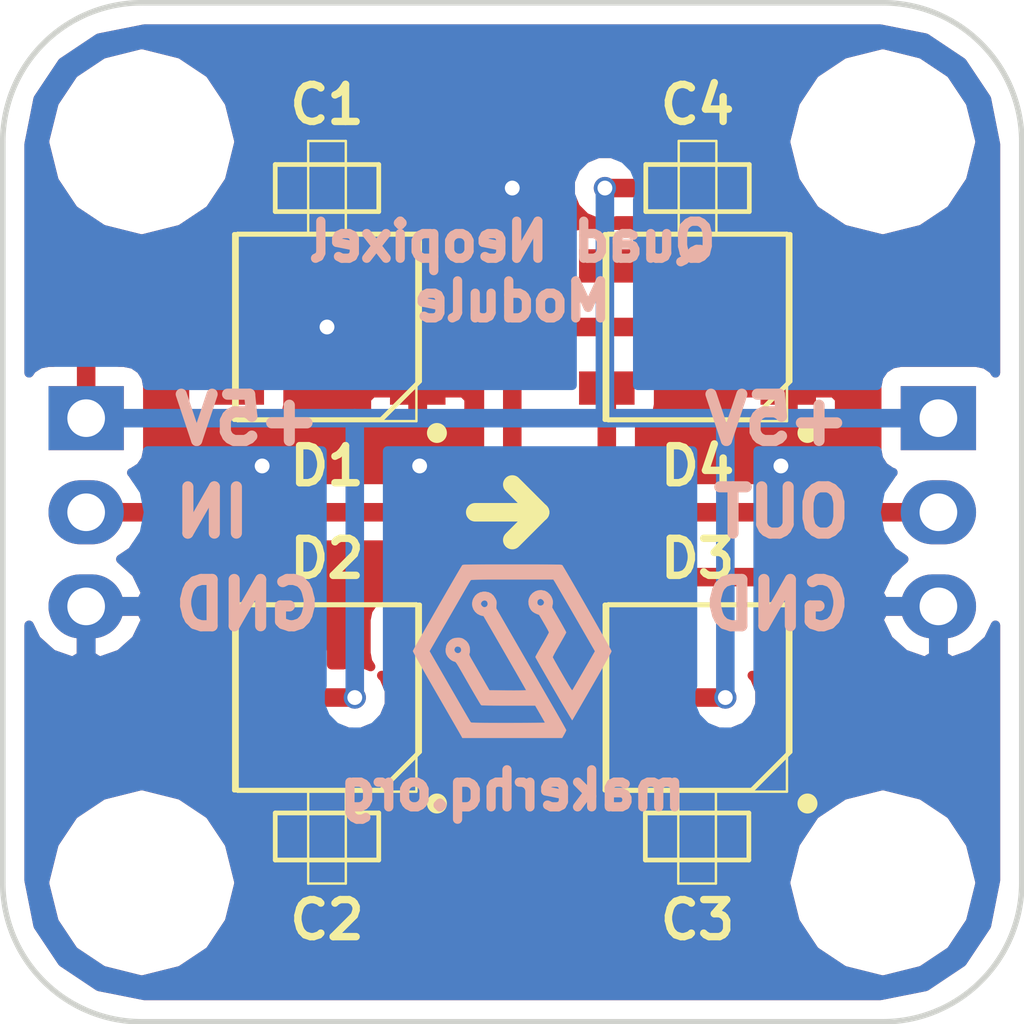
<source format=kicad_pcb>
(kicad_pcb (version 4) (host pcbnew 4.0.5)

  (general
    (links 23)
    (no_connects 0)
    (area 137.892857 64.75 177.107143 95.325)
    (thickness 1.6)
    (drawings 27)
    (tracks 69)
    (zones 0)
    (modules 15)
    (nets 5)
  )

  (page A4)
  (layers
    (0 F.Cu signal)
    (31 B.Cu signal)
    (32 B.Adhes user)
    (33 F.Adhes user)
    (34 B.Paste user)
    (35 F.Paste user)
    (36 B.SilkS user)
    (37 F.SilkS user)
    (38 B.Mask user)
    (39 F.Mask user)
    (40 Dwgs.User user)
    (41 Cmts.User user)
    (42 Eco1.User user)
    (43 Eco2.User user)
    (44 Edge.Cuts user)
    (45 Margin user)
    (46 B.CrtYd user)
    (47 F.CrtYd user)
    (48 B.Fab user)
    (49 F.Fab user hide)
  )

  (setup
    (last_trace_width 0.5)
    (trace_clearance 0.25)
    (zone_clearance 0.508)
    (zone_45_only yes)
    (trace_min 0.2)
    (segment_width 0.2)
    (edge_width 0.15)
    (via_size 0.6)
    (via_drill 0.4)
    (via_min_size 0.4)
    (via_min_drill 0.3)
    (uvia_size 0.3)
    (uvia_drill 0.1)
    (uvias_allowed no)
    (uvia_min_size 0.2)
    (uvia_min_drill 0.1)
    (pcb_text_width 0.3)
    (pcb_text_size 1.5 1.5)
    (mod_edge_width 0.15)
    (mod_text_size 1 1)
    (mod_text_width 0.2)
    (pad_size 3.2 3.2)
    (pad_drill 3.2)
    (pad_to_mask_clearance 0.2)
    (aux_axis_origin 0 0)
    (visible_elements FFFFFF7F)
    (pcbplotparams
      (layerselection 0x310fc_80000001)
      (usegerberextensions false)
      (excludeedgelayer true)
      (linewidth 0.100000)
      (plotframeref false)
      (viasonmask false)
      (mode 1)
      (useauxorigin false)
      (hpglpennumber 1)
      (hpglpenspeed 20)
      (hpglpendiameter 15)
      (hpglpenoverlay 2)
      (psnegative false)
      (psa4output false)
      (plotreference true)
      (plotvalue true)
      (plotinvisibletext false)
      (padsonsilk false)
      (subtractmaskfromsilk false)
      (outputformat 1)
      (mirror false)
      (drillshape 0)
      (scaleselection 1)
      (outputdirectory /Users/samt/Desktop/quad-neopixel-module/))
  )

  (net 0 "")
  (net 1 VCC)
  (net 2 GND)
  (net 3 DOUT)
  (net 4 DIN)

  (net_class Default "This is the default net class."
    (clearance 0.25)
    (trace_width 0.5)
    (via_dia 0.6)
    (via_drill 0.4)
    (uvia_dia 0.3)
    (uvia_drill 0.1)
    (add_net DIN)
    (add_net DOUT)
    (add_net GND)
    (add_net VCC)
  )

  (module Mounting_Holes:MountingHole_3.2mm_M3 (layer F.Cu) (tedit 59A064D5) (tstamp 599F4CD7)
    (at 147.5 70)
    (descr "Mounting Hole 3.2mm, no annular, M3")
    (tags "mounting hole 3.2mm no annular m3")
    (fp_text reference REF** (at 0 -4.2) (layer F.SilkS) hide
      (effects (font (size 1 1) (thickness 0.2)))
    )
    (fp_text value MountingHole_3.2mm_M3 (at 0 4.2) (layer F.Fab)
      (effects (font (size 1 1) (thickness 0.15)))
    )
    (fp_circle (center 0 0) (end 3.2 0) (layer Cmts.User) (width 0.15))
    (fp_circle (center 0 0) (end 3.45 0) (layer F.CrtYd) (width 0.05))
    (pad "" np_thru_hole circle (at 0 0) (size 3.2 3.2) (drill 3.2) (layers *.Cu *.Mask)
      (zone_connect 2) (thermal_width 2))
  )

  (module Pin_Headers:Pin_Header_Straight_1x03 (layer F.Cu) (tedit 59A0641C) (tstamp 599F4B1B)
    (at 169 77.46)
    (descr "Through hole pin header")
    (tags "pin header")
    (path /599F2A1A)
    (fp_text reference P2 (at 0 -5.1) (layer F.SilkS) hide
      (effects (font (size 1 1) (thickness 0.2)))
    )
    (fp_text value CONN_01X03 (at 0 -3.1) (layer F.Fab)
      (effects (font (size 1 1) (thickness 0.15)))
    )
    (fp_line (start -1.75 -1.75) (end -1.75 6.85) (layer F.CrtYd) (width 0.05))
    (fp_line (start 1.75 -1.75) (end 1.75 6.85) (layer F.CrtYd) (width 0.05))
    (fp_line (start -1.75 -1.75) (end 1.75 -1.75) (layer F.CrtYd) (width 0.05))
    (fp_line (start -1.75 6.85) (end 1.75 6.85) (layer F.CrtYd) (width 0.05))
    (pad 1 thru_hole rect (at 0 0) (size 2.032 1.7272) (drill 1.016) (layers *.Cu *.Mask)
      (net 1 VCC))
    (pad 2 thru_hole oval (at 0 2.54) (size 2.032 1.7272) (drill 1.016) (layers *.Cu *.Mask)
      (net 3 DOUT))
    (pad 3 thru_hole oval (at 0 5.08) (size 2.032 1.7272) (drill 1.016) (layers *.Cu *.Mask)
      (net 2 GND))
    (model Pin_Headers.3dshapes/Pin_Header_Straight_1x03.wrl
      (at (xyz 0 -0.1 0))
      (scale (xyz 1 1 1))
      (rotate (xyz 0 0 90))
    )
  )

  (module Pin_Headers:Pin_Header_Straight_1x03 (layer F.Cu) (tedit 59A05798) (tstamp 599F4B14)
    (at 146 77.46)
    (descr "Through hole pin header")
    (tags "pin header")
    (path /599F29C2)
    (fp_text reference P1 (at 0 -5.1) (layer F.SilkS) hide
      (effects (font (size 1 1) (thickness 0.2)))
    )
    (fp_text value CONN_01X03 (at 0 -3.1) (layer F.Fab)
      (effects (font (size 1 1) (thickness 0.15)))
    )
    (fp_line (start -1.75 -1.75) (end -1.75 6.85) (layer F.CrtYd) (width 0.05))
    (fp_line (start 1.75 -1.75) (end 1.75 6.85) (layer F.CrtYd) (width 0.05))
    (fp_line (start -1.75 -1.75) (end 1.75 -1.75) (layer F.CrtYd) (width 0.05))
    (fp_line (start -1.75 6.85) (end 1.75 6.85) (layer F.CrtYd) (width 0.05))
    (pad 1 thru_hole rect (at 0 0) (size 2.032 1.7272) (drill 1.016) (layers *.Cu *.Mask)
      (net 1 VCC))
    (pad 2 thru_hole oval (at 0 2.54) (size 2.032 1.7272) (drill 1.016) (layers *.Cu *.Mask)
      (net 4 DIN))
    (pad 3 thru_hole oval (at 0 5.08) (size 2.032 1.7272) (drill 1.016) (layers *.Cu *.Mask)
      (net 2 GND))
    (model Pin_Headers.3dshapes/Pin_Header_Straight_1x03.wrl
      (at (xyz 0 -0.1 0))
      (scale (xyz 1 1 1))
      (rotate (xyz 0 0 90))
    )
  )

  (module Mounting_Holes:MountingHole_3.2mm_M3 (layer F.Cu) (tedit 599F4CE9) (tstamp 599F4CDC)
    (at 147.5 90)
    (descr "Mounting Hole 3.2mm, no annular, M3")
    (tags "mounting hole 3.2mm no annular m3")
    (fp_text reference REF** (at 0 -4.2) (layer F.SilkS) hide
      (effects (font (size 1 1) (thickness 0.2)))
    )
    (fp_text value MountingHole_3.2mm_M3 (at 0 4.2) (layer F.Fab)
      (effects (font (size 1 1) (thickness 0.15)))
    )
    (fp_circle (center 0 0) (end 3.2 0) (layer Cmts.User) (width 0.15))
    (fp_circle (center 0 0) (end 3.45 0) (layer F.CrtYd) (width 0.05))
    (pad 1 np_thru_hole circle (at 0 0) (size 3.2 3.2) (drill 3.2) (layers *.Cu *.Mask))
  )

  (module Mounting_Holes:MountingHole_3.2mm_M3 (layer F.Cu) (tedit 599F4CF4) (tstamp 599F4CD1)
    (at 167.5 70)
    (descr "Mounting Hole 3.2mm, no annular, M3")
    (tags "mounting hole 3.2mm no annular m3")
    (fp_text reference REF** (at 0 -4.2) (layer F.SilkS) hide
      (effects (font (size 1 1) (thickness 0.2)))
    )
    (fp_text value MountingHole_3.2mm_M3 (at 0 4.2) (layer F.Fab)
      (effects (font (size 1 1) (thickness 0.15)))
    )
    (fp_circle (center 0 0) (end 3.2 0) (layer Cmts.User) (width 0.15))
    (fp_circle (center 0 0) (end 3.45 0) (layer F.CrtYd) (width 0.05))
    (pad 1 np_thru_hole circle (at 0 0) (size 3.2 3.2) (drill 3.2) (layers *.Cu *.Mask))
  )

  (module SeeedOPL-Capacitor-2016:C0603 (layer F.Cu) (tedit 599F4EA7) (tstamp 599F4ADB)
    (at 152.5 71.25 90)
    (descr 0603)
    (tags 0603)
    (path /599F255D)
    (attr smd)
    (fp_text reference C1 (at 2.25 0 360) (layer F.SilkS)
      (effects (font (size 1 1) (thickness 0.2)))
    )
    (fp_text value CERAMIC-100NF-50V-10%-X7R_0603_ (at -1.27 0.635 180) (layer F.Fab)
      (effects (font (size 0.635 0.635) (thickness 0.0762)))
    )
    (fp_line (start -1.27 0.508) (end 1.27 0.508) (layer F.SilkS) (width 0.06604))
    (fp_line (start 1.27 0.508) (end 1.27 -0.508) (layer F.SilkS) (width 0.06604))
    (fp_line (start -1.27 -0.508) (end 1.27 -0.508) (layer F.SilkS) (width 0.06604))
    (fp_line (start -1.27 0.508) (end -1.27 -0.508) (layer F.SilkS) (width 0.06604))
    (fp_line (start 0.635 -1.397) (end 0.635 1.397) (layer F.SilkS) (width 0.127))
    (fp_line (start 0.635 1.397) (end -0.635 1.397) (layer F.SilkS) (width 0.127))
    (fp_line (start -0.635 1.397) (end -0.635 -1.397) (layer F.SilkS) (width 0.127))
    (fp_line (start -0.635 -1.397) (end 0.635 -1.397) (layer F.SilkS) (width 0.127))
    (pad 1 smd rect (at 0 -0.762) (size 0.889 0.889) (layers F.Cu F.Paste F.Mask)
      (net 1 VCC))
    (pad 2 smd rect (at 0 0.762) (size 0.889 0.889) (layers F.Cu F.Paste F.Mask)
      (net 2 GND))
  )

  (module SeeedOPL-Capacitor-2016:C0603 (layer F.Cu) (tedit 599F4E8A) (tstamp 599F4AE1)
    (at 152.5 88.75 90)
    (descr 0603)
    (tags 0603)
    (path /599F250E)
    (attr smd)
    (fp_text reference C2 (at -2.25 0 360) (layer F.SilkS)
      (effects (font (size 1 1) (thickness 0.2)))
    )
    (fp_text value CERAMIC-100NF-50V-10%-X7R_0603_ (at -1.27 0.635 180) (layer F.Fab)
      (effects (font (size 0.635 0.635) (thickness 0.0762)))
    )
    (fp_line (start -1.27 0.508) (end 1.27 0.508) (layer F.SilkS) (width 0.06604))
    (fp_line (start 1.27 0.508) (end 1.27 -0.508) (layer F.SilkS) (width 0.06604))
    (fp_line (start -1.27 -0.508) (end 1.27 -0.508) (layer F.SilkS) (width 0.06604))
    (fp_line (start -1.27 0.508) (end -1.27 -0.508) (layer F.SilkS) (width 0.06604))
    (fp_line (start 0.635 -1.397) (end 0.635 1.397) (layer F.SilkS) (width 0.127))
    (fp_line (start 0.635 1.397) (end -0.635 1.397) (layer F.SilkS) (width 0.127))
    (fp_line (start -0.635 1.397) (end -0.635 -1.397) (layer F.SilkS) (width 0.127))
    (fp_line (start -0.635 -1.397) (end 0.635 -1.397) (layer F.SilkS) (width 0.127))
    (pad 1 smd rect (at 0 -0.762) (size 0.889 0.889) (layers F.Cu F.Paste F.Mask)
      (net 1 VCC))
    (pad 2 smd rect (at 0 0.762) (size 0.889 0.889) (layers F.Cu F.Paste F.Mask)
      (net 2 GND))
  )

  (module SeeedOPL-Capacitor-2016:C0603 (layer F.Cu) (tedit 599F4E98) (tstamp 599F4AE7)
    (at 162.488 88.75 90)
    (descr 0603)
    (tags 0603)
    (path /599F258B)
    (attr smd)
    (fp_text reference C3 (at -2.25 0.012 180) (layer F.SilkS)
      (effects (font (size 1 1) (thickness 0.2)))
    )
    (fp_text value CERAMIC-100NF-50V-10%-X7R_0603_ (at -1.27 0.635 180) (layer F.Fab)
      (effects (font (size 0.635 0.635) (thickness 0.0762)))
    )
    (fp_line (start -1.27 0.508) (end 1.27 0.508) (layer F.SilkS) (width 0.06604))
    (fp_line (start 1.27 0.508) (end 1.27 -0.508) (layer F.SilkS) (width 0.06604))
    (fp_line (start -1.27 -0.508) (end 1.27 -0.508) (layer F.SilkS) (width 0.06604))
    (fp_line (start -1.27 0.508) (end -1.27 -0.508) (layer F.SilkS) (width 0.06604))
    (fp_line (start 0.635 -1.397) (end 0.635 1.397) (layer F.SilkS) (width 0.127))
    (fp_line (start 0.635 1.397) (end -0.635 1.397) (layer F.SilkS) (width 0.127))
    (fp_line (start -0.635 1.397) (end -0.635 -1.397) (layer F.SilkS) (width 0.127))
    (fp_line (start -0.635 -1.397) (end 0.635 -1.397) (layer F.SilkS) (width 0.127))
    (pad 1 smd rect (at 0 -0.762) (size 0.889 0.889) (layers F.Cu F.Paste F.Mask)
      (net 1 VCC))
    (pad 2 smd rect (at 0 0.762) (size 0.889 0.889) (layers F.Cu F.Paste F.Mask)
      (net 2 GND))
  )

  (module SeeedOPL-Capacitor-2016:C0603 (layer F.Cu) (tedit 599F4EC9) (tstamp 599F4AED)
    (at 162.5 71.25 90)
    (descr 0603)
    (tags 0603)
    (path /599F26DD)
    (attr smd)
    (fp_text reference C4 (at 2.25 0 180) (layer F.SilkS)
      (effects (font (size 1 1) (thickness 0.2)))
    )
    (fp_text value CERAMIC-100NF-50V-10%-X7R_0603_ (at -1.27 0.635 180) (layer F.Fab)
      (effects (font (size 0.635 0.635) (thickness 0.0762)))
    )
    (fp_line (start -1.27 0.508) (end 1.27 0.508) (layer F.SilkS) (width 0.06604))
    (fp_line (start 1.27 0.508) (end 1.27 -0.508) (layer F.SilkS) (width 0.06604))
    (fp_line (start -1.27 -0.508) (end 1.27 -0.508) (layer F.SilkS) (width 0.06604))
    (fp_line (start -1.27 0.508) (end -1.27 -0.508) (layer F.SilkS) (width 0.06604))
    (fp_line (start 0.635 -1.397) (end 0.635 1.397) (layer F.SilkS) (width 0.127))
    (fp_line (start 0.635 1.397) (end -0.635 1.397) (layer F.SilkS) (width 0.127))
    (fp_line (start -0.635 1.397) (end -0.635 -1.397) (layer F.SilkS) (width 0.127))
    (fp_line (start -0.635 -1.397) (end 0.635 -1.397) (layer F.SilkS) (width 0.127))
    (pad 1 smd rect (at 0 -0.762) (size 0.889 0.889) (layers F.Cu F.Paste F.Mask)
      (net 1 VCC))
    (pad 2 smd rect (at 0 0.762) (size 0.889 0.889) (layers F.Cu F.Paste F.Mask)
      (net 2 GND))
  )

  (module SeeedOPL-Diode-2016:LED4-SMD-5050 (layer F.Cu) (tedit 599F4EA0) (tstamp 599F4AF5)
    (at 152.5 75)
    (path /599F1D7E)
    (attr smd)
    (fp_text reference D1 (at 0 3.75 180) (layer F.SilkS)
      (effects (font (size 1 1) (thickness 0.2)))
    )
    (fp_text value SMD-RGB-LED-4P (at 0 -0.3175) (layer F.Fab)
      (effects (font (size 0.635 0.635) (thickness 0.0762)))
    )
    (fp_line (start -2.413 2.54) (end 2.413 2.54) (layer F.SilkS) (width 0.06604))
    (fp_line (start 2.413 2.54) (end 2.413 -2.54) (layer F.SilkS) (width 0.06604))
    (fp_line (start -2.413 -2.54) (end 2.413 -2.54) (layer F.SilkS) (width 0.06604))
    (fp_line (start -2.413 2.54) (end -2.413 -2.54) (layer F.SilkS) (width 0.06604))
    (fp_line (start -2.49936 -2.49936) (end 2.49936 -2.49936) (layer F.SilkS) (width 0.127))
    (fp_line (start 2.49936 -2.49936) (end 2.49936 1.46304) (layer F.SilkS) (width 0.127))
    (fp_line (start 2.49936 1.46304) (end 1.46304 2.49936) (layer F.SilkS) (width 0.127))
    (fp_line (start 1.46304 2.49936) (end -2.49936 2.49936) (layer F.SilkS) (width 0.127))
    (fp_line (start -2.49936 2.49936) (end -2.49936 -2.49936) (layer F.SilkS) (width 0.127))
    (fp_circle (center 2.96672 2.86004) (end 3.15722 3.05054) (layer F.SilkS) (width 0))
    (pad 1 smd rect (at -2.44856 -1.64846 90) (size 0.89916 1.4986) (layers F.Cu F.Paste F.Mask)
      (net 1 VCC))
    (pad 2 smd rect (at -2.44856 1.64846 90) (size 0.89916 1.4986) (layers F.Cu F.Paste F.Mask))
    (pad 3 smd rect (at 2.44856 1.64846 90) (size 0.89916 1.4986) (layers F.Cu F.Paste F.Mask)
      (net 2 GND))
    (pad 4 smd rect (at 2.44856 -1.64846 90) (size 0.89916 1.4986) (layers F.Cu F.Paste F.Mask)
      (net 4 DIN))
  )

  (module SeeedOPL-Diode-2016:LED4-SMD-5050 (layer F.Cu) (tedit 599F4EBE) (tstamp 599F4AFD)
    (at 152.5 85)
    (path /599F1D46)
    (attr smd)
    (fp_text reference D2 (at 0 -3.75) (layer F.SilkS)
      (effects (font (size 1 1) (thickness 0.2)))
    )
    (fp_text value SMD-RGB-LED-4P (at 0 -0.3175) (layer F.Fab)
      (effects (font (size 0.635 0.635) (thickness 0.0762)))
    )
    (fp_line (start -2.413 2.54) (end 2.413 2.54) (layer F.SilkS) (width 0.06604))
    (fp_line (start 2.413 2.54) (end 2.413 -2.54) (layer F.SilkS) (width 0.06604))
    (fp_line (start -2.413 -2.54) (end 2.413 -2.54) (layer F.SilkS) (width 0.06604))
    (fp_line (start -2.413 2.54) (end -2.413 -2.54) (layer F.SilkS) (width 0.06604))
    (fp_line (start -2.49936 -2.49936) (end 2.49936 -2.49936) (layer F.SilkS) (width 0.127))
    (fp_line (start 2.49936 -2.49936) (end 2.49936 1.46304) (layer F.SilkS) (width 0.127))
    (fp_line (start 2.49936 1.46304) (end 1.46304 2.49936) (layer F.SilkS) (width 0.127))
    (fp_line (start 1.46304 2.49936) (end -2.49936 2.49936) (layer F.SilkS) (width 0.127))
    (fp_line (start -2.49936 2.49936) (end -2.49936 -2.49936) (layer F.SilkS) (width 0.127))
    (fp_circle (center 2.96672 2.86004) (end 3.15722 3.05054) (layer F.SilkS) (width 0))
    (pad 1 smd rect (at -2.44856 -1.64846 90) (size 0.89916 1.4986) (layers F.Cu F.Paste F.Mask)
      (net 1 VCC))
    (pad 2 smd rect (at -2.44856 1.64846 90) (size 0.89916 1.4986) (layers F.Cu F.Paste F.Mask))
    (pad 3 smd rect (at 2.44856 1.64846 90) (size 0.89916 1.4986) (layers F.Cu F.Paste F.Mask)
      (net 2 GND))
    (pad 4 smd rect (at 2.44856 -1.64846 90) (size 0.89916 1.4986) (layers F.Cu F.Paste F.Mask)
      (net 4 DIN))
  )

  (module SeeedOPL-Diode-2016:LED4-SMD-5050 (layer F.Cu) (tedit 599F4EAE) (tstamp 599F4B05)
    (at 162.5 85)
    (path /599F1CF0)
    (attr smd)
    (fp_text reference D3 (at 0 -3.75 180) (layer F.SilkS)
      (effects (font (size 1 1) (thickness 0.2)))
    )
    (fp_text value SMD-RGB-LED-4P (at 0 -0.3175) (layer F.Fab)
      (effects (font (size 0.635 0.635) (thickness 0.0762)))
    )
    (fp_line (start -2.413 2.54) (end 2.413 2.54) (layer F.SilkS) (width 0.06604))
    (fp_line (start 2.413 2.54) (end 2.413 -2.54) (layer F.SilkS) (width 0.06604))
    (fp_line (start -2.413 -2.54) (end 2.413 -2.54) (layer F.SilkS) (width 0.06604))
    (fp_line (start -2.413 2.54) (end -2.413 -2.54) (layer F.SilkS) (width 0.06604))
    (fp_line (start -2.49936 -2.49936) (end 2.49936 -2.49936) (layer F.SilkS) (width 0.127))
    (fp_line (start 2.49936 -2.49936) (end 2.49936 1.46304) (layer F.SilkS) (width 0.127))
    (fp_line (start 2.49936 1.46304) (end 1.46304 2.49936) (layer F.SilkS) (width 0.127))
    (fp_line (start 1.46304 2.49936) (end -2.49936 2.49936) (layer F.SilkS) (width 0.127))
    (fp_line (start -2.49936 2.49936) (end -2.49936 -2.49936) (layer F.SilkS) (width 0.127))
    (fp_circle (center 2.96672 2.86004) (end 3.15722 3.05054) (layer F.SilkS) (width 0))
    (pad 1 smd rect (at -2.44856 -1.64846 90) (size 0.89916 1.4986) (layers F.Cu F.Paste F.Mask)
      (net 1 VCC))
    (pad 2 smd rect (at -2.44856 1.64846 90) (size 0.89916 1.4986) (layers F.Cu F.Paste F.Mask))
    (pad 3 smd rect (at 2.44856 1.64846 90) (size 0.89916 1.4986) (layers F.Cu F.Paste F.Mask)
      (net 2 GND))
    (pad 4 smd rect (at 2.44856 -1.64846 90) (size 0.89916 1.4986) (layers F.Cu F.Paste F.Mask)
      (net 4 DIN))
  )

  (module SeeedOPL-Diode-2016:LED4-SMD-5050 (layer F.Cu) (tedit 599F4EB7) (tstamp 599F4B0D)
    (at 162.5 75)
    (path /599F240A)
    (attr smd)
    (fp_text reference D4 (at 0 3.75 180) (layer F.SilkS)
      (effects (font (size 1 1) (thickness 0.2)))
    )
    (fp_text value SMD-RGB-LED-4P (at 0 -0.3175) (layer F.Fab)
      (effects (font (size 0.635 0.635) (thickness 0.0762)))
    )
    (fp_line (start -2.413 2.54) (end 2.413 2.54) (layer F.SilkS) (width 0.06604))
    (fp_line (start 2.413 2.54) (end 2.413 -2.54) (layer F.SilkS) (width 0.06604))
    (fp_line (start -2.413 -2.54) (end 2.413 -2.54) (layer F.SilkS) (width 0.06604))
    (fp_line (start -2.413 2.54) (end -2.413 -2.54) (layer F.SilkS) (width 0.06604))
    (fp_line (start -2.49936 -2.49936) (end 2.49936 -2.49936) (layer F.SilkS) (width 0.127))
    (fp_line (start 2.49936 -2.49936) (end 2.49936 1.46304) (layer F.SilkS) (width 0.127))
    (fp_line (start 2.49936 1.46304) (end 1.46304 2.49936) (layer F.SilkS) (width 0.127))
    (fp_line (start 1.46304 2.49936) (end -2.49936 2.49936) (layer F.SilkS) (width 0.127))
    (fp_line (start -2.49936 2.49936) (end -2.49936 -2.49936) (layer F.SilkS) (width 0.127))
    (fp_circle (center 2.96672 2.86004) (end 3.15722 3.05054) (layer F.SilkS) (width 0))
    (pad 1 smd rect (at -2.44856 -1.64846 90) (size 0.89916 1.4986) (layers F.Cu F.Paste F.Mask)
      (net 1 VCC))
    (pad 2 smd rect (at -2.44856 1.64846 90) (size 0.89916 1.4986) (layers F.Cu F.Paste F.Mask)
      (net 3 DOUT))
    (pad 3 smd rect (at 2.44856 1.64846 90) (size 0.89916 1.4986) (layers F.Cu F.Paste F.Mask)
      (net 2 GND))
    (pad 4 smd rect (at 2.44856 -1.64846 90) (size 0.89916 1.4986) (layers F.Cu F.Paste F.Mask)
      (net 4 DIN))
  )

  (module Mounting_Holes:MountingHole_3.2mm_M3 (layer F.Cu) (tedit 599F4CFF) (tstamp 599F4CCF)
    (at 167.5 90)
    (descr "Mounting Hole 3.2mm, no annular, M3")
    (tags "mounting hole 3.2mm no annular m3")
    (fp_text reference REF** (at 0 -4.2) (layer F.SilkS) hide
      (effects (font (size 1 1) (thickness 0.2)))
    )
    (fp_text value MountingHole_3.2mm_M3 (at 0 4.2) (layer F.Fab)
      (effects (font (size 1 1) (thickness 0.15)))
    )
    (fp_circle (center 0 0) (end 3.2 0) (layer Cmts.User) (width 0.15))
    (fp_circle (center 0 0) (end 3.45 0) (layer F.CrtYd) (width 0.05))
    (pad 1 np_thru_hole circle (at 0 0) (size 3.2 3.2) (drill 3.2) (layers *.Cu *.Mask))
  )

  (module MakerHQ:logo_6x6mm (layer B.Cu) (tedit 0) (tstamp 59AD7E1A)
    (at 157.5 83.75 180)
    (fp_text reference G*** (at 0 0 180) (layer B.SilkS) hide
      (effects (font (size 1 1) (thickness 0.2)) (justify mirror))
    )
    (fp_text value LOGO (at 0.75 0 180) (layer B.SilkS) hide
      (effects (font (thickness 0.3)) (justify mirror))
    )
    (fp_poly (pts (xy 0.20614 2.339148) (xy 0.389949 2.339088) (xy 0.552721 2.338964) (xy 0.695753 2.338756)
      (xy 0.820339 2.338445) (xy 0.927776 2.338009) (xy 1.01936 2.33743) (xy 1.096385 2.336688)
      (xy 1.160149 2.335763) (xy 1.211946 2.334634) (xy 1.253073 2.333283) (xy 1.284824 2.331688)
      (xy 1.308497 2.329831) (xy 1.325386 2.327692) (xy 1.336787 2.32525) (xy 1.343996 2.322486)
      (xy 1.348308 2.31938) (xy 1.349136 2.318489) (xy 1.358541 2.30423) (xy 1.378623 2.271242)
      (xy 1.408464 2.22112) (xy 1.447147 2.155459) (xy 1.493754 2.075852) (xy 1.547369 1.983895)
      (xy 1.607073 1.881183) (xy 1.671949 1.76931) (xy 1.74108 1.649871) (xy 1.813549 1.52446)
      (xy 1.888438 1.394672) (xy 1.964829 1.262103) (xy 2.041806 1.128345) (xy 2.11845 0.994995)
      (xy 2.193845 0.863647) (xy 2.267073 0.735896) (xy 2.337217 0.613335) (xy 2.403359 0.497561)
      (xy 2.464581 0.390167) (xy 2.519967 0.292748) (xy 2.5686 0.2069) (xy 2.609561 0.134216)
      (xy 2.641933 0.076291) (xy 2.664799 0.03472) (xy 2.677241 0.011098) (xy 2.679314 0.006301)
      (xy 2.673984 -0.007697) (xy 2.657177 -0.041225) (xy 2.629372 -0.093433) (xy 2.591045 -0.16347)
      (xy 2.542676 -0.250487) (xy 2.484741 -0.353631) (xy 2.417719 -0.472054) (xy 2.342088 -0.604905)
      (xy 2.258325 -0.751333) (xy 2.166909 -0.910488) (xy 2.068317 -1.08152) (xy 2.057363 -1.100486)
      (xy 1.971398 -1.24934) (xy 1.888106 -1.393608) (xy 1.80833 -1.53183) (xy 1.732914 -1.662543)
      (xy 1.662699 -1.784287) (xy 1.598529 -1.895598) (xy 1.541245 -1.995015) (xy 1.491691 -2.081076)
      (xy 1.450708 -2.15232) (xy 1.41914 -2.207285) (xy 1.397828 -2.244509) (xy 1.388357 -2.261197)
      (xy 1.344757 -2.339162) (xy -1.344272 -2.339162) (xy -1.398694 -2.243105) (xy -1.42257 -2.199282)
      (xy -1.441117 -2.162041) (xy -1.45167 -2.136891) (xy -1.453117 -2.130569) (xy -1.447347 -2.117603)
      (xy -1.430731 -2.086068) (xy -1.404311 -2.037814) (xy -1.36913 -1.97469) (xy -1.326228 -1.898548)
      (xy -1.276649 -1.811237) (xy -1.221433 -1.714607) (xy -1.161622 -1.610509) (xy -1.106387 -1.514835)
      (xy -1.043817 -1.406645) (xy -0.97125 -1.281084) (xy -0.890478 -1.141256) (xy -0.803293 -0.990266)
      (xy -0.711488 -0.831221) (xy -0.616855 -0.667225) (xy -0.521185 -0.501384) (xy -0.426271 -0.336802)
      (xy -0.333906 -0.176586) (xy -0.24588 -0.023839) (xy -0.242355 -0.017721) (xy -0.163123 0.119785)
      (xy -0.085742 0.254054) (xy -0.011236 0.383308) (xy 0.059368 0.505769) (xy 0.125046 0.61966)
      (xy 0.184771 0.723201) (xy 0.237517 0.814615) (xy 0.28226 0.892123) (xy 0.317973 0.953947)
      (xy 0.343631 0.99831) (xy 0.354987 1.017898) (xy 0.435026 1.155655) (xy 0.428484 1.251105)
      (xy 0.426154 1.294549) (xy 0.662482 1.294549) (xy 0.6636 1.255259) (xy 0.678878 1.22015)
      (xy 0.692709 1.205881) (xy 0.733618 1.18462) (xy 0.77323 1.1868) (xy 0.812557 1.212505)
      (xy 0.816071 1.215929) (xy 0.843929 1.255549) (xy 0.848208 1.29495) (xy 0.828892 1.333869)
      (xy 0.824023 1.339576) (xy 0.795637 1.362871) (xy 0.760847 1.372) (xy 0.729511 1.371779)
      (xy 0.696896 1.359383) (xy 0.674066 1.331448) (xy 0.662482 1.294549) (xy 0.426154 1.294549)
      (xy 0.425833 1.300528) (xy 0.427186 1.335713) (xy 0.434239 1.36594) (xy 0.44869 1.400485)
      (xy 0.460128 1.424121) (xy 0.508464 1.499281) (xy 0.569509 1.554558) (xy 0.642902 1.589754)
      (xy 0.728286 1.604672) (xy 0.786487 1.6037) (xy 0.869089 1.585839) (xy 0.94208 1.547606)
      (xy 1.002893 1.491183) (xy 1.048961 1.418752) (xy 1.070231 1.362585) (xy 1.082185 1.281854)
      (xy 1.072752 1.202769) (xy 1.044099 1.128802) (xy 0.998396 1.06343) (xy 0.937812 1.010125)
      (xy 0.864515 0.972361) (xy 0.818409 0.959232) (xy 0.774032 0.950011) (xy 0.19801 -0.047762)
      (xy 0.116562 -0.188934) (xy 0.038545 -0.324334) (xy -0.035238 -0.452559) (xy -0.103983 -0.572206)
      (xy -0.16689 -0.681873) (xy -0.223155 -0.780156) (xy -0.271976 -0.865654) (xy -0.312549 -0.936963)
      (xy -0.344073 -0.99268) (xy -0.365744 -1.031403) (xy -0.376761 -1.05173) (xy -0.37803 -1.054523)
      (xy -0.366627 -1.056365) (xy -0.334034 -1.057936) (xy -0.282688 -1.059209) (xy -0.215028 -1.060153)
      (xy -0.133489 -1.06074) (xy -0.040509 -1.060942) (xy 0.061474 -1.060728) (xy 0.119405 -1.06043)
      (xy 0.616857 -1.057348) (xy 0.811183 -0.720651) (xy 0.86267 -0.631439) (xy 0.914514 -0.541606)
      (xy 0.964437 -0.455096) (xy 1.010162 -0.375857) (xy 1.049411 -0.307835) (xy 1.079908 -0.254977)
      (xy 1.087943 -0.241048) (xy 1.120725 -0.183622) (xy 1.142913 -0.142519) (xy 1.156048 -0.113789)
      (xy 1.161674 -0.093485) (xy 1.161332 -0.077655) (xy 1.157147 -0.063838) (xy 1.149534 -0.032015)
      (xy 1.144825 0.011004) (xy 1.144296 0.028045) (xy 1.374807 0.028045) (xy 1.386059 -0.009707)
      (xy 1.411503 -0.038463) (xy 1.446467 -0.054766) (xy 1.48628 -0.05516) (xy 1.526269 -0.036188)
      (xy 1.526986 -0.035628) (xy 1.557263 0.000772) (xy 1.565458 0.04304) (xy 1.554222 0.081368)
      (xy 1.530663 0.113127) (xy 1.498175 0.127678) (xy 1.469094 0.129954) (xy 1.424711 0.120932)
      (xy 1.393612 0.092787) (xy 1.382419 0.071336) (xy 1.374807 0.028045) (xy 1.144296 0.028045)
      (xy 1.144066 0.035442) (xy 1.15503 0.124526) (xy 1.186824 0.20328) (xy 1.238447 0.269987)
      (xy 1.308897 0.322934) (xy 1.313433 0.325487) (xy 1.34953 0.343755) (xy 1.381558 0.354271)
      (xy 1.418695 0.359054) (xy 1.470117 0.360123) (xy 1.470837 0.360122) (xy 1.547705 0.354518)
      (xy 1.610319 0.336178) (xy 1.665887 0.302247) (xy 1.704596 0.267547) (xy 1.750329 0.210376)
      (xy 1.778839 0.145307) (xy 1.792492 0.066607) (xy 1.793464 0.052213) (xy 1.794358 -0.001416)
      (xy 1.788898 -0.043083) (xy 1.775401 -0.083987) (xy 1.771678 -0.092856) (xy 1.736444 -0.152161)
      (xy 1.686661 -0.206381) (xy 1.629059 -0.249317) (xy 1.575748 -0.273294) (xy 1.563583 -0.276363)
      (xy 1.55338 -0.278696) (xy 1.544133 -0.281835) (xy 1.534832 -0.287326) (xy 1.524468 -0.296712)
      (xy 1.512033 -0.311538) (xy 1.496518 -0.333348) (xy 1.476914 -0.363685) (xy 1.452212 -0.404093)
      (xy 1.421404 -0.456118) (xy 1.383481 -0.521303) (xy 1.337435 -0.601191) (xy 1.282256 -0.697328)
      (xy 1.216935 -0.811257) (xy 1.163863 -0.903767) (xy 1.104626 -1.006655) (xy 1.04849 -1.103546)
      (xy 0.996629 -1.192459) (xy 0.950214 -1.271414) (xy 0.910416 -1.338429) (xy 0.878408 -1.391525)
      (xy 0.855362 -1.428719) (xy 0.84245 -1.448032) (xy 0.84059 -1.450162) (xy 0.831573 -1.45336)
      (xy 0.811992 -1.456097) (xy 0.780397 -1.458404) (xy 0.735334 -1.460309) (xy 0.675354 -1.461842)
      (xy 0.599003 -1.463031) (xy 0.504831 -1.463905) (xy 0.391386 -1.464494) (xy 0.257216 -1.464826)
      (xy 0.100971 -1.46493) (xy -0.620519 -1.46493) (xy -0.753283 -1.695117) (xy -0.791527 -1.761685)
      (xy -0.825459 -1.821243) (xy -0.853402 -1.870807) (xy -0.873678 -1.90739) (xy -0.884609 -1.92801)
      (xy -0.886047 -1.931396) (xy -0.87452 -1.932321) (xy -0.841087 -1.933202) (xy -0.787471 -1.93403)
      (xy -0.715394 -1.934795) (xy -0.626578 -1.935485) (xy -0.522744 -1.936091) (xy -0.405616 -1.936602)
      (xy -0.276916 -1.937006) (xy -0.138365 -1.937295) (xy 0.008314 -1.937456) (xy 0.110401 -1.937488)
      (xy 0.287297 -1.937465) (xy 0.442069 -1.937377) (xy 0.57622 -1.937193) (xy 0.691254 -1.936882)
      (xy 0.788674 -1.936413) (xy 0.869984 -1.935756) (xy 0.936687 -1.93488) (xy 0.990287 -1.933755)
      (xy 1.032288 -1.93235) (xy 1.064192 -1.930634) (xy 1.087503 -1.928576) (xy 1.103726 -1.926146)
      (xy 1.114363 -1.923314) (xy 1.120918 -1.920048) (xy 1.124485 -1.916814) (xy 1.132841 -1.903758)
      (xy 1.15212 -1.871685) (xy 1.18147 -1.822064) (xy 1.220036 -1.75636) (xy 1.266964 -1.676039)
      (xy 1.321399 -1.58257) (xy 1.382488 -1.477418) (xy 1.449377 -1.362051) (xy 1.521211 -1.237935)
      (xy 1.597137 -1.106537) (xy 1.6763 -0.969324) (xy 1.688581 -0.948019) (xy 2.235041 0.000102)
      (xy 1.759491 0.824074) (xy 1.683568 0.955634) (xy 1.6096 1.083829) (xy 1.538652 1.20681)
      (xy 1.47179 1.322728) (xy 1.410079 1.429737) (xy 1.354585 1.525987) (xy 1.306375 1.609631)
      (xy 1.266512 1.678821) (xy 1.236064 1.731707) (xy 1.216096 1.766443) (xy 1.212855 1.772093)
      (xy 1.183575 1.822401) (xy 1.157007 1.866616) (xy 1.136153 1.899838) (xy 1.12431 1.916814)
      (xy 1.12031 1.920306) (xy 1.113625 1.923382) (xy 1.10283 1.926068) (xy 1.086503 1.928392)
      (xy 1.06322 1.93038) (xy 1.031557 1.932056) (xy 0.990092 1.933448) (xy 0.937401 1.934582)
      (xy 0.87206 1.935483) (xy 0.792646 1.936178) (xy 0.697736 1.936694) (xy 0.585905 1.937055)
      (xy 0.455732 1.937289) (xy 0.305792 1.937422) (xy 0.134663 1.937479) (xy -0.001027 1.937489)
      (xy -1.108903 1.937489) (xy -1.131547 1.905) (xy -1.140672 1.89017) (xy -1.160716 1.856364)
      (xy -1.190809 1.805082) (xy -1.230078 1.737824) (xy -1.277652 1.656091) (xy -1.332661 1.561383)
      (xy -1.394233 1.455199) (xy -1.461497 1.33904) (xy -1.533581 1.214406) (xy -1.609614 1.082797)
      (xy -1.688726 0.945713) (xy -1.694359 0.935947) (xy -2.234527 -0.000619) (xy -1.936302 -0.51717)
      (xy -1.877657 -0.618683) (xy -1.82228 -0.714412) (xy -1.771354 -0.802322) (xy -1.726061 -0.880378)
      (xy -1.687584 -0.946545) (xy -1.657104 -0.998788) (xy -1.635804 -1.035072) (xy -1.624866 -1.053363)
      (xy -1.623976 -1.054756) (xy -1.619292 -1.057699) (xy -1.612036 -1.054283) (xy -1.601171 -1.04289)
      (xy -1.585664 -1.021903) (xy -1.564479 -0.989705) (xy -1.536581 -0.944677) (xy -1.500934 -0.885202)
      (xy -1.456504 -0.809662) (xy -1.402255 -0.716441) (xy -1.352823 -0.631043) (xy -1.298605 -0.536967)
      (xy -1.248019 -0.448679) (xy -1.20231 -0.368389) (xy -1.162721 -0.298305) (xy -1.130498 -0.240637)
      (xy -1.106885 -0.197594) (xy -1.093126 -0.171387) (xy -1.090082 -0.164534) (xy -1.094361 -0.147549)
      (xy -1.110546 -0.111616) (xy -1.138051 -0.057846) (xy -1.176295 0.01265) (xy -1.224692 0.098763)
      (xy -1.268754 0.175434) (xy -1.314291 0.254476) (xy -1.355738 0.327277) (xy -1.391658 0.391245)
      (xy -1.420615 0.443787) (xy -1.44117 0.48231) (xy -1.451887 0.504221) (xy -1.453117 0.508003)
      (xy -1.447403 0.521391) (xy -1.4312 0.552647) (xy -1.405916 0.599226) (xy -1.372959 0.658582)
      (xy -1.333737 0.728169) (xy -1.289658 0.805441) (xy -1.262801 0.852119) (xy -1.072485 1.181876)
      (xy -1.086637 1.256878) (xy -1.093815 1.303729) (xy -1.093816 1.304245) (xy -0.859951 1.304245)
      (xy -0.840769 1.263493) (xy -0.837934 1.25978) (xy -0.805443 1.235732) (xy -0.763977 1.22743)
      (xy -0.722594 1.235356) (xy -0.697024 1.252279) (xy -0.676587 1.287638) (xy -0.672741 1.329887)
      (xy -0.685003 1.369968) (xy -0.704524 1.393189) (xy -0.745433 1.414451) (xy -0.785044 1.41227)
      (xy -0.824372 1.386566) (xy -0.827886 1.383142) (xy -0.855684 1.343791) (xy -0.859951 1.304245)
      (xy -1.093816 1.304245) (xy -1.093944 1.341267) (xy -1.086452 1.382072) (xy -1.079769 1.407266)
      (xy -1.050612 1.475626) (xy -1.005266 1.538307) (xy -0.948887 1.589854) (xy -0.886628 1.624812)
      (xy -0.868326 1.631035) (xy -0.777472 1.64616) (xy -0.690769 1.638263) (xy -0.620607 1.613305)
      (xy -0.548087 1.565705) (xy -0.492748 1.504182) (xy -0.455729 1.432165) (xy -0.438171 1.35308)
      (xy -0.441213 1.270355) (xy -0.465996 1.187417) (xy -0.473563 1.171304) (xy -0.509106 1.11261)
      (xy -0.552336 1.067877) (xy -0.609211 1.031904) (xy -0.658394 1.009921) (xy -0.726559 0.982662)
      (xy -0.859466 0.755724) (xy -0.898131 0.688826) (xy -0.932371 0.627902) (xy -0.960453 0.576175)
      (xy -0.980645 0.536865) (xy -0.991216 0.513196) (xy -0.992372 0.508556) (xy -0.986628 0.49362)
      (xy -0.970361 0.460975) (xy -0.94502 0.413281) (xy -0.912054 0.3532) (xy -0.872911 0.283393)
      (xy -0.829042 0.20652) (xy -0.809256 0.17225) (xy -0.763924 0.093672) (xy -0.722676 0.021541)
      (xy -0.68695 -0.041579) (xy -0.658185 -0.093123) (xy -0.637818 -0.130526) (xy -0.627287 -0.151223)
      (xy -0.62614 -0.154384) (xy -0.631895 -0.167143) (xy -0.648456 -0.19819) (xy -0.674761 -0.245707)
      (xy -0.709753 -0.307875) (xy -0.752372 -0.382873) (xy -0.801558 -0.468882) (xy -0.856252 -0.564083)
      (xy -0.915395 -0.666657) (xy -0.977928 -0.774783) (xy -1.042791 -0.886642) (xy -1.108926 -1.000415)
      (xy -1.175272 -1.114282) (xy -1.24077 -1.226424) (xy -1.304362 -1.335021) (xy -1.364987 -1.438253)
      (xy -1.421587 -1.534301) (xy -1.473102 -1.621346) (xy -1.518474 -1.697568) (xy -1.556641 -1.761148)
      (xy -1.586546 -1.810266) (xy -1.60713 -1.843102) (xy -1.617331 -1.857837) (xy -1.618222 -1.858443)
      (xy -1.625214 -1.847011) (xy -1.643147 -1.816579) (xy -1.671166 -1.768624) (xy -1.708417 -1.704618)
      (xy -1.754045 -1.626036) (xy -1.807196 -1.534353) (xy -1.867014 -1.431042) (xy -1.932645 -1.317577)
      (xy -2.003235 -1.195434) (xy -2.077929 -1.066085) (xy -2.15114 -0.939209) (xy -2.237563 -0.789053)
      (xy -2.318146 -0.648387) (xy -2.392242 -0.518369) (xy -2.459202 -0.400158) (xy -2.51838 -0.294913)
      (xy -2.569127 -0.203794) (xy -2.610798 -0.127959) (xy -2.642743 -0.068566) (xy -2.664316 -0.026776)
      (xy -2.67487 -0.003746) (xy -2.675861 0) (xy -2.670092 0.013067) (xy -2.653395 0.044985)
      (xy -2.626682 0.094159) (xy -2.590865 0.158993) (xy -2.546859 0.237894) (xy -2.495576 0.329265)
      (xy -2.437929 0.431512) (xy -2.374831 0.543039) (xy -2.307195 0.662251) (xy -2.235934 0.787554)
      (xy -2.16196 0.917351) (xy -2.086187 1.050048) (xy -2.009527 1.18405) (xy -1.932894 1.317761)
      (xy -1.857201 1.449587) (xy -1.783359 1.577932) (xy -1.712284 1.701201) (xy -1.644886 1.8178)
      (xy -1.58208 1.926132) (xy -1.524778 2.024602) (xy -1.473893 2.111616) (xy -1.430338 2.185579)
      (xy -1.395026 2.244895) (xy -1.36887 2.287969) (xy -1.352783 2.313206) (xy -1.348929 2.318489)
      (xy -1.345204 2.32169) (xy -1.338928 2.324543) (xy -1.328804 2.327069) (xy -1.313538 2.329288)
      (xy -1.291833 2.331218) (xy -1.262395 2.332881) (xy -1.223927 2.334295) (xy -1.175135 2.335482)
      (xy -1.114722 2.336459) (xy -1.041394 2.337249) (xy -0.953854 2.337869) (xy -0.850807 2.338341)
      (xy -0.730958 2.338684) (xy -0.593011 2.338917) (xy -0.435671 2.339062) (xy -0.257642 2.339137)
      (xy -0.057628 2.339162) (xy 0 2.339163) (xy 0.20614 2.339148)) (layer B.SilkS) (width 0.01))
  )

  (gr_circle (center 147.484436 90) (end 148.484436 91.75) (layer B.Mask) (width 0.6) (tstamp 59A71FDE))
  (gr_circle (center 147.484436 90) (end 148.484436 91.75) (layer F.Mask) (width 0.6) (tstamp 59A71FDD))
  (gr_circle (center 147.484436 70) (end 148.484436 71.75) (layer B.Mask) (width 0.6) (tstamp 59A71FDA))
  (gr_circle (center 147.484436 70) (end 148.484436 71.75) (layer F.Mask) (width 0.6) (tstamp 59A71FD9))
  (gr_circle (center 167.484436 70) (end 168.484436 71.75) (layer B.Mask) (width 0.6) (tstamp 59A71FCF))
  (gr_circle (center 167.484436 70) (end 168.484436 71.75) (layer F.Mask) (width 0.6) (tstamp 59A71FCE))
  (gr_circle (center 167.484436 90) (end 168.484436 91.75) (layer B.Mask) (width 0.6) (tstamp 59A71FBB))
  (gr_circle (center 167.484436 90) (end 168.484436 91.75) (layer F.Mask) (width 0.6))
  (gr_line (start 167.5 93.75) (end 147.5 93.75) (layer Edge.Cuts) (width 0.15) (tstamp 59A4B5A3))
  (gr_line (start 167.5 66.25) (end 147.5 66.25) (layer Edge.Cuts) (width 0.15) (tstamp 59A4B5A2))
  (gr_line (start 171.25 90) (end 171.25 70) (layer Edge.Cuts) (width 0.15) (tstamp 59A4B5A1))
  (gr_line (start 143.75 90) (end 143.75 70) (layer Edge.Cuts) (width 0.15) (tstamp 59A4B11F))
  (gr_text OUT (at 166.75 80) (layer B.SilkS) (tstamp 59A06820)
    (effects (font (size 1.25 1.25) (thickness 0.3)) (justify left mirror))
  )
  (gr_line (start 157.5 80.75) (end 158.25 80) (layer F.SilkS) (width 0.5) (tstamp 59ABAEAC))
  (gr_line (start 157.5 79.25) (end 158.25 80) (layer F.SilkS) (width 0.5) (tstamp 59ABAE9A))
  (gr_line (start 156.5 80) (end 158.25 80) (layer F.SilkS) (width 0.5))
  (gr_text "Quad Neopixel\nModule" (at 157.5 73.5) (layer B.SilkS) (tstamp 59AD7E3D)
    (effects (font (size 1 1) (thickness 0.25)) (justify mirror))
  )
  (gr_text makerhq.org (at 157.5 87.5) (layer B.SilkS) (tstamp 59AD7E23)
    (effects (font (size 1 1) (thickness 0.25)) (justify mirror))
  )
  (gr_text +5V (at 166.75 77.5) (layer B.SilkS) (tstamp 59A06825)
    (effects (font (size 1.25 1.25) (thickness 0.3)) (justify left mirror))
  )
  (gr_text GND (at 166.75 82.5) (layer B.SilkS) (tstamp 59A06819)
    (effects (font (size 1.25 1.25) (thickness 0.3)) (justify left mirror))
  )
  (gr_text GND (at 148.25 82.5) (layer B.SilkS) (tstamp 59A06813)
    (effects (font (size 1.25 1.25) (thickness 0.3)) (justify right mirror))
  )
  (gr_text IN (at 148.25 80) (layer B.SilkS) (tstamp 59A0680C)
    (effects (font (size 1.25 1.25) (thickness 0.3)) (justify right mirror))
  )
  (gr_text +5V (at 148.25 77.5) (layer B.SilkS)
    (effects (font (size 1.25 1.25) (thickness 0.3)) (justify right mirror))
  )
  (gr_arc (start 167.5 90) (end 171.25 90) (angle 90) (layer Edge.Cuts) (width 0.15))
  (gr_arc (start 147.5 90) (end 147.5 93.75) (angle 90) (layer Edge.Cuts) (width 0.15))
  (gr_arc (start 167.5 70) (end 167.5 66.25) (angle 90) (layer Edge.Cuts) (width 0.15))
  (gr_arc (start 147.5 70) (end 143.75 70) (angle 90) (layer Edge.Cuts) (width 0.15))

  (segment (start 150.5 77.46) (end 153.25 77.46) (width 0.5) (layer B.Cu) (net 1))
  (segment (start 153.25 77.46) (end 160 77.46) (width 0.5) (layer B.Cu) (net 1))
  (segment (start 153.25 85) (end 153.25 77.46) (width 0.5) (layer B.Cu) (net 1))
  (via (at 153.25 85) (size 0.6) (drill 0.4) (layers F.Cu B.Cu) (net 1))
  (segment (start 151.738 85) (end 151.738 83.738) (width 0.5) (layer F.Cu) (net 1))
  (segment (start 151.738 88.75) (end 151.738 85) (width 0.5) (layer F.Cu) (net 1))
  (segment (start 151.738 85) (end 153.25 85) (width 0.5) (layer F.Cu) (net 1))
  (segment (start 163.25 85) (end 163.25 78.684002) (width 0.5) (layer B.Cu) (net 1))
  (segment (start 163.25 78.684002) (end 163.25 77.46) (width 0.5) (layer B.Cu) (net 1))
  (segment (start 146 77.46) (end 150.5 77.46) (width 0.5) (layer B.Cu) (net 1))
  (segment (start 146 77.46) (end 146 75.25) (width 0.5) (layer F.Cu) (net 1))
  (segment (start 146 75.25) (end 146.5 74.75) (width 0.5) (layer F.Cu) (net 1))
  (segment (start 146.5 74.75) (end 149.5 74.75) (width 0.5) (layer F.Cu) (net 1))
  (segment (start 149.5 74.75) (end 150.05144 74.19856) (width 0.5) (layer F.Cu) (net 1))
  (segment (start 150.05144 74.19856) (end 150.05144 73.35154) (width 0.5) (layer F.Cu) (net 1))
  (segment (start 160 77.46) (end 163.25 77.46) (width 0.5) (layer B.Cu) (net 1))
  (segment (start 163.25 77.46) (end 169 77.46) (width 0.5) (layer B.Cu) (net 1))
  (segment (start 161.726 85) (end 161.726 83.726) (width 0.5) (layer F.Cu) (net 1))
  (segment (start 161.726 88.75) (end 161.726 85) (width 0.5) (layer F.Cu) (net 1))
  (segment (start 161.726 85) (end 163.25 85) (width 0.5) (layer F.Cu) (net 1))
  (via (at 163.25 85) (size 0.6) (drill 0.4) (layers F.Cu B.Cu) (net 1))
  (segment (start 160 71.25) (end 160 77.46) (width 0.5) (layer B.Cu) (net 1))
  (segment (start 161.738 71.25) (end 160 71.25) (width 0.5) (layer F.Cu) (net 1))
  (via (at 160 71.25) (size 0.6) (drill 0.4) (layers F.Cu B.Cu) (net 1))
  (segment (start 151.738 83.738) (end 151.35154 83.35154) (width 0.5) (layer F.Cu) (net 1))
  (segment (start 151.35154 83.35154) (end 150.05144 83.35154) (width 0.5) (layer F.Cu) (net 1))
  (segment (start 161.726 83.726) (end 161.35154 83.35154) (width 0.5) (layer F.Cu) (net 1))
  (segment (start 161.35154 83.35154) (end 160.05144 83.35154) (width 0.5) (layer F.Cu) (net 1))
  (segment (start 160.05144 73.35154) (end 161.39846 73.35154) (width 0.5) (layer F.Cu) (net 1))
  (segment (start 161.39846 73.35154) (end 161.75 73) (width 0.5) (layer F.Cu) (net 1))
  (segment (start 161.75 73) (end 161.738 72.988) (width 0.5) (layer F.Cu) (net 1))
  (segment (start 161.738 72.988) (end 161.738 71.25) (width 0.5) (layer F.Cu) (net 1))
  (segment (start 151.75 72.90228) (end 151.738 72.89028) (width 0.5) (layer F.Cu) (net 1))
  (segment (start 151.738 72.89028) (end 151.738 71.25) (width 0.5) (layer F.Cu) (net 1))
  (segment (start 150.05144 73.35154) (end 151.30074 73.35154) (width 0.5) (layer F.Cu) (net 1))
  (segment (start 151.30074 73.35154) (end 151.75 72.90228) (width 0.5) (layer F.Cu) (net 1))
  (segment (start 155 78.75) (end 150.750006 78.75) (width 0.5) (layer F.Cu) (net 2))
  (via (at 150.750006 78.75) (size 0.6) (drill 0.4) (layers F.Cu B.Cu) (net 2))
  (segment (start 164.94856 78.55144) (end 164.75 78.75) (width 0.5) (layer F.Cu) (net 2))
  (segment (start 164.94856 76.64846) (end 164.94856 78.55144) (width 0.5) (layer F.Cu) (net 2))
  (via (at 164.75 78.75) (size 0.6) (drill 0.4) (layers F.Cu B.Cu) (net 2))
  (segment (start 154.94856 76.64846) (end 154.94856 78.69856) (width 0.5) (layer F.Cu) (net 2))
  (segment (start 154.94856 78.69856) (end 155 78.75) (width 0.5) (layer F.Cu) (net 2))
  (via (at 155 78.75) (size 0.6) (drill 0.4) (layers F.Cu B.Cu) (net 2))
  (segment (start 152.5 76) (end 152.5 75) (width 0.5) (layer F.Cu) (net 2))
  (via (at 152.5 75) (size 0.6) (drill 0.4) (layers F.Cu B.Cu) (net 2))
  (segment (start 153.14846 76.64846) (end 152.5 76) (width 0.5) (layer F.Cu) (net 2))
  (segment (start 154.94856 76.64846) (end 153.14846 76.64846) (width 0.5) (layer F.Cu) (net 2))
  (segment (start 153.262 71.25) (end 157.5 71.25) (width 0.5) (layer F.Cu) (net 2))
  (via (at 157.5 71.25) (size 0.6) (drill 0.4) (layers F.Cu B.Cu) (net 2))
  (segment (start 160.05144 76.64846) (end 160.05144 79.30144) (width 0.5) (layer F.Cu) (net 3))
  (segment (start 160.75 80) (end 167.484 80) (width 0.5) (layer F.Cu) (net 3))
  (segment (start 160.05144 79.30144) (end 160.75 80) (width 0.5) (layer F.Cu) (net 3))
  (segment (start 167.484 80) (end 169 80) (width 0.5) (layer F.Cu) (net 3))
  (segment (start 157.5 81.75) (end 164.5 81.75) (width 0.5) (layer F.Cu) (net 4))
  (segment (start 164.5 81.75) (end 164.94856 82.19856) (width 0.5) (layer F.Cu) (net 4))
  (segment (start 164.94856 82.19856) (end 164.94856 83.35154) (width 0.5) (layer F.Cu) (net 4))
  (segment (start 157.5 75) (end 164.5 75) (width 0.5) (layer F.Cu) (net 4))
  (segment (start 164.5 75) (end 164.94856 74.55144) (width 0.5) (layer F.Cu) (net 4))
  (segment (start 164.94856 74.55144) (end 164.94856 73.35154) (width 0.5) (layer F.Cu) (net 4))
  (segment (start 154.94856 73.35154) (end 154.94856 74.44856) (width 0.5) (layer F.Cu) (net 4))
  (segment (start 154.94856 74.44856) (end 155.5 75) (width 0.5) (layer F.Cu) (net 4))
  (segment (start 155.5 75) (end 157.5 75) (width 0.5) (layer F.Cu) (net 4))
  (segment (start 157.5 75) (end 157.5 80) (width 0.5) (layer F.Cu) (net 4))
  (segment (start 146 80) (end 157.5 80) (width 0.5) (layer F.Cu) (net 4))
  (segment (start 157.5 80) (end 157.5 81.75) (width 0.5) (layer F.Cu) (net 4))
  (segment (start 157.5 81.75) (end 155.5 81.75) (width 0.5) (layer F.Cu) (net 4))
  (segment (start 155.5 81.75) (end 154.94856 82.30144) (width 0.5) (layer F.Cu) (net 4))
  (segment (start 154.94856 82.30144) (end 154.94856 83.35154) (width 0.5) (layer F.Cu) (net 4))

  (zone (net 2) (net_name GND) (layer B.Cu) (tstamp 0) (hatch edge 0.508)
    (connect_pads (clearance 0.508))
    (min_thickness 0.254)
    (fill yes (arc_segments 16) (thermal_gap 0.508) (thermal_bridge_width 0.508))
    (polygon
      (pts
        (xy 171.25 66.25) (xy 171.25 93.75) (xy 143.75 93.75) (xy 143.75 66.25)
      )
    )
    (filled_polygon
      (pts
        (xy 152.365 84.693178) (xy 152.315162 84.813201) (xy 152.314838 85.185167) (xy 152.456883 85.528943) (xy 152.719673 85.792192)
        (xy 153.063201 85.934838) (xy 153.435167 85.935162) (xy 153.778943 85.793117) (xy 154.042192 85.530327) (xy 154.184838 85.186799)
        (xy 154.185162 84.814833) (xy 154.135 84.693431) (xy 154.135 78.345) (xy 162.365 78.345) (xy 162.365 84.693178)
        (xy 162.315162 84.813201) (xy 162.314838 85.185167) (xy 162.456883 85.528943) (xy 162.719673 85.792192) (xy 163.063201 85.934838)
        (xy 163.435167 85.935162) (xy 163.778943 85.793117) (xy 164.042192 85.530327) (xy 164.184838 85.186799) (xy 164.185162 84.814833)
        (xy 164.135 84.693431) (xy 164.135 82.899026) (xy 167.392642 82.899026) (xy 167.395291 82.914791) (xy 167.649268 83.442036)
        (xy 168.08568 83.831954) (xy 168.638087 84.025184) (xy 168.873 83.880924) (xy 168.873 82.667) (xy 167.513783 82.667)
        (xy 167.392642 82.899026) (xy 164.135 82.899026) (xy 164.135 78.345) (xy 167.340587 78.345) (xy 167.380838 78.558917)
        (xy 167.51991 78.775041) (xy 167.73211 78.920031) (xy 167.773439 78.9284) (xy 167.755585 78.94033) (xy 167.430729 79.426511)
        (xy 167.316655 80) (xy 167.430729 80.573489) (xy 167.755585 81.05967) (xy 168.065069 81.266461) (xy 167.649268 81.637964)
        (xy 167.395291 82.165209) (xy 167.392642 82.180974) (xy 167.513783 82.413) (xy 168.873 82.413) (xy 168.873 82.393)
        (xy 169.127 82.393) (xy 169.127 82.413) (xy 169.147 82.413) (xy 169.147 82.667) (xy 169.127 82.667)
        (xy 169.127 83.880924) (xy 169.361913 84.025184) (xy 169.91432 83.831954) (xy 170.350732 83.442036) (xy 170.54 83.049124)
        (xy 170.54 89.930073) (xy 170.295742 91.158036) (xy 169.639769 92.139769) (xy 168.658036 92.795742) (xy 167.430069 93.04)
        (xy 147.569927 93.04) (xy 146.341964 92.795742) (xy 145.360231 92.139769) (xy 144.704258 91.158036) (xy 144.467784 89.969198)
        (xy 144.876792 89.969198) (xy 144.876792 90.030802) (xy 145.126792 91.030802) (xy 145.14433 91.070447) (xy 145.64433 91.820447)
        (xy 145.679553 91.85567) (xy 146.429553 92.35567) (xy 146.469198 92.373208) (xy 147.469198 92.623208) (xy 147.530802 92.623208)
        (xy 148.530802 92.373208) (xy 148.570447 92.35567) (xy 149.320447 91.85567) (xy 149.35567 91.820447) (xy 149.85567 91.070447)
        (xy 149.873208 91.030802) (xy 150.123208 90.030802) (xy 150.123208 89.969198) (xy 164.876792 89.969198) (xy 164.876792 90.030802)
        (xy 165.126792 91.030802) (xy 165.14433 91.070447) (xy 165.64433 91.820447) (xy 165.679553 91.85567) (xy 166.429553 92.35567)
        (xy 166.469198 92.373208) (xy 167.469198 92.623208) (xy 167.530802 92.623208) (xy 168.530802 92.373208) (xy 168.570447 92.35567)
        (xy 169.320447 91.85567) (xy 169.35567 91.820447) (xy 169.85567 91.070447) (xy 169.873208 91.030802) (xy 170.123208 90.030802)
        (xy 170.123208 89.969198) (xy 169.873208 88.969198) (xy 169.85567 88.929553) (xy 169.35567 88.179553) (xy 169.320447 88.14433)
        (xy 168.570447 87.64433) (xy 168.530802 87.626792) (xy 167.530802 87.376792) (xy 167.469198 87.376792) (xy 166.469198 87.626792)
        (xy 166.429553 87.64433) (xy 165.679553 88.14433) (xy 165.64433 88.179553) (xy 165.14433 88.929553) (xy 165.126792 88.969198)
        (xy 164.876792 89.969198) (xy 150.123208 89.969198) (xy 149.873208 88.969198) (xy 149.85567 88.929553) (xy 149.35567 88.179553)
        (xy 149.320447 88.14433) (xy 148.570447 87.64433) (xy 148.530802 87.626792) (xy 147.530802 87.376792) (xy 147.469198 87.376792)
        (xy 146.469198 87.626792) (xy 146.429553 87.64433) (xy 145.679553 88.14433) (xy 145.64433 88.179553) (xy 145.14433 88.929553)
        (xy 145.126792 88.969198) (xy 144.876792 89.969198) (xy 144.467784 89.969198) (xy 144.46 89.930069) (xy 144.46 83.049124)
        (xy 144.649268 83.442036) (xy 145.08568 83.831954) (xy 145.638087 84.025184) (xy 145.873 83.880924) (xy 145.873 82.667)
        (xy 146.127 82.667) (xy 146.127 83.880924) (xy 146.361913 84.025184) (xy 146.91432 83.831954) (xy 147.350732 83.442036)
        (xy 147.604709 82.914791) (xy 147.607358 82.899026) (xy 147.486217 82.667) (xy 146.127 82.667) (xy 145.873 82.667)
        (xy 145.853 82.667) (xy 145.853 82.413) (xy 145.873 82.413) (xy 145.873 82.393) (xy 146.127 82.393)
        (xy 146.127 82.413) (xy 147.486217 82.413) (xy 147.607358 82.180974) (xy 147.604709 82.165209) (xy 147.350732 81.637964)
        (xy 146.934931 81.266461) (xy 147.244415 81.05967) (xy 147.569271 80.573489) (xy 147.683345 80) (xy 147.569271 79.426511)
        (xy 147.244415 78.94033) (xy 147.230087 78.930757) (xy 147.251317 78.926762) (xy 147.467441 78.78769) (xy 147.612431 78.57549)
        (xy 147.659106 78.345) (xy 152.365 78.345)
      )
    )
    (filled_polygon
      (pts
        (xy 168.658036 67.204258) (xy 169.639769 67.860231) (xy 170.295742 68.841964) (xy 170.54 70.069927) (xy 170.54 76.238062)
        (xy 170.48009 76.144959) (xy 170.26789 75.999969) (xy 170.016 75.94896) (xy 167.984 75.94896) (xy 167.748683 75.993238)
        (xy 167.532559 76.13231) (xy 167.387569 76.34451) (xy 167.340894 76.575) (xy 160.885 76.575) (xy 160.885 71.556822)
        (xy 160.934838 71.436799) (xy 160.935162 71.064833) (xy 160.793117 70.721057) (xy 160.530327 70.457808) (xy 160.186799 70.315162)
        (xy 159.814833 70.314838) (xy 159.471057 70.456883) (xy 159.207808 70.719673) (xy 159.065162 71.063201) (xy 159.064838 71.435167)
        (xy 159.115 71.556569) (xy 159.115 76.575) (xy 147.659413 76.575) (xy 147.619162 76.361083) (xy 147.48009 76.144959)
        (xy 147.26789 75.999969) (xy 147.016 75.94896) (xy 144.984 75.94896) (xy 144.748683 75.993238) (xy 144.532559 76.13231)
        (xy 144.46 76.238504) (xy 144.46 70.069931) (xy 144.480037 69.969198) (xy 144.876792 69.969198) (xy 144.876792 70.030802)
        (xy 145.126792 71.030802) (xy 145.14433 71.070447) (xy 145.64433 71.820447) (xy 145.679553 71.85567) (xy 146.429553 72.35567)
        (xy 146.469198 72.373208) (xy 147.469198 72.623208) (xy 147.530802 72.623208) (xy 148.530802 72.373208) (xy 148.570447 72.35567)
        (xy 149.320447 71.85567) (xy 149.35567 71.820447) (xy 149.85567 71.070447) (xy 149.873208 71.030802) (xy 150.123208 70.030802)
        (xy 150.123208 69.969198) (xy 164.876792 69.969198) (xy 164.876792 70.030802) (xy 165.126792 71.030802) (xy 165.14433 71.070447)
        (xy 165.64433 71.820447) (xy 165.679553 71.85567) (xy 166.429553 72.35567) (xy 166.469198 72.373208) (xy 167.469198 72.623208)
        (xy 167.530802 72.623208) (xy 168.530802 72.373208) (xy 168.570447 72.35567) (xy 169.320447 71.85567) (xy 169.35567 71.820447)
        (xy 169.85567 71.070447) (xy 169.873208 71.030802) (xy 170.123208 70.030802) (xy 170.123208 69.969198) (xy 169.873208 68.969198)
        (xy 169.85567 68.929553) (xy 169.35567 68.179553) (xy 169.320447 68.14433) (xy 168.570447 67.64433) (xy 168.530802 67.626792)
        (xy 167.530802 67.376792) (xy 167.469198 67.376792) (xy 166.469198 67.626792) (xy 166.429553 67.64433) (xy 165.679553 68.14433)
        (xy 165.64433 68.179553) (xy 165.14433 68.929553) (xy 165.126792 68.969198) (xy 164.876792 69.969198) (xy 150.123208 69.969198)
        (xy 149.873208 68.969198) (xy 149.85567 68.929553) (xy 149.35567 68.179553) (xy 149.320447 68.14433) (xy 148.570447 67.64433)
        (xy 148.530802 67.626792) (xy 147.530802 67.376792) (xy 147.469198 67.376792) (xy 146.469198 67.626792) (xy 146.429553 67.64433)
        (xy 145.679553 68.14433) (xy 145.64433 68.179553) (xy 145.14433 68.929553) (xy 145.126792 68.969198) (xy 144.876792 69.969198)
        (xy 144.480037 69.969198) (xy 144.704258 68.841964) (xy 145.360231 67.860231) (xy 146.341964 67.204258) (xy 147.569927 66.96)
        (xy 167.430069 66.96)
      )
    )
  )
  (zone (net 2) (net_name GND) (layer F.Cu) (tstamp 0) (hatch edge 0.508)
    (connect_pads (clearance 0.508))
    (min_thickness 0.254)
    (fill yes (arc_segments 16) (thermal_gap 0.508) (thermal_bridge_width 0.508))
    (polygon
      (pts
        (xy 143.75 66.25) (xy 171.25 66.25) (xy 171.25 93.75) (xy 143.75 93.75)
      )
    )
    (filled_polygon
      (pts
        (xy 155.217516 80.92119) (xy 155.161325 80.932367) (xy 154.87421 81.12421) (xy 154.874208 81.124213) (xy 154.32277 81.67565)
        (xy 154.130927 81.962765) (xy 154.130927 81.962766) (xy 154.067978 82.279222) (xy 153.963943 82.298798) (xy 153.747819 82.43787)
        (xy 153.602829 82.65007) (xy 153.55182 82.90196) (xy 153.55182 83.80112) (xy 153.596098 84.036437) (xy 153.679406 84.165902)
        (xy 153.436799 84.065162) (xy 153.064833 84.064838) (xy 152.943431 84.115) (xy 152.623 84.115) (xy 152.623 83.738005)
        (xy 152.623001 83.738) (xy 152.555633 83.399326) (xy 152.555633 83.399325) (xy 152.36379 83.11221) (xy 152.363787 83.112208)
        (xy 151.97733 82.72575) (xy 151.889404 82.667) (xy 151.690215 82.533907) (xy 151.634024 82.52273) (xy 151.35154 82.466539)
        (xy 151.351535 82.46654) (xy 151.275139 82.46654) (xy 151.26483 82.450519) (xy 151.05263 82.305529) (xy 150.80074 82.25452)
        (xy 149.30214 82.25452) (xy 149.066823 82.298798) (xy 148.850699 82.43787) (xy 148.705709 82.65007) (xy 148.6547 82.90196)
        (xy 148.6547 83.80112) (xy 148.698978 84.036437) (xy 148.83805 84.252561) (xy 149.05025 84.397551) (xy 149.30214 84.44856)
        (xy 150.80074 84.44856) (xy 150.853 84.438727) (xy 150.853 85.562023) (xy 150.80074 85.55144) (xy 149.30214 85.55144)
        (xy 149.066823 85.595718) (xy 148.850699 85.73479) (xy 148.705709 85.94699) (xy 148.6547 86.19888) (xy 148.6547 87.09804)
        (xy 148.698978 87.333357) (xy 148.83805 87.549481) (xy 149.05025 87.694471) (xy 149.30214 87.74548) (xy 150.80074 87.74548)
        (xy 150.853 87.735647) (xy 150.853 87.83437) (xy 150.842059 87.84141) (xy 150.697069 88.05361) (xy 150.64606 88.3055)
        (xy 150.64606 89.1945) (xy 150.690338 89.429817) (xy 150.82941 89.645941) (xy 151.04161 89.790931) (xy 151.2935 89.84194)
        (xy 152.1825 89.84194) (xy 152.417817 89.797662) (xy 152.494774 89.748141) (xy 152.691191 89.8295) (xy 152.97625 89.8295)
        (xy 153.135 89.67075) (xy 153.135 88.877) (xy 153.389 88.877) (xy 153.389 89.67075) (xy 153.54775 89.8295)
        (xy 153.832809 89.8295) (xy 154.066198 89.732827) (xy 154.244827 89.554199) (xy 154.3415 89.32081) (xy 154.3415 89.03575)
        (xy 154.18275 88.877) (xy 153.389 88.877) (xy 153.135 88.877) (xy 153.115 88.877) (xy 153.115 88.623)
        (xy 153.135 88.623) (xy 153.135 87.82925) (xy 153.389 87.82925) (xy 153.389 88.623) (xy 154.18275 88.623)
        (xy 154.3415 88.46425) (xy 154.3415 88.17919) (xy 154.244827 87.945801) (xy 154.066198 87.767173) (xy 153.832809 87.6705)
        (xy 153.54775 87.6705) (xy 153.389 87.82925) (xy 153.135 87.82925) (xy 152.97625 87.6705) (xy 152.691191 87.6705)
        (xy 152.623 87.698746) (xy 152.623 86.93421) (xy 153.56426 86.93421) (xy 153.56426 87.224349) (xy 153.660933 87.457738)
        (xy 153.839561 87.636367) (xy 154.07295 87.73304) (xy 154.66281 87.73304) (xy 154.82156 87.57429) (xy 154.82156 86.77546)
        (xy 155.07556 86.77546) (xy 155.07556 87.57429) (xy 155.23431 87.73304) (xy 155.82417 87.73304) (xy 156.057559 87.636367)
        (xy 156.236187 87.457738) (xy 156.33286 87.224349) (xy 156.33286 86.93421) (xy 156.17411 86.77546) (xy 155.07556 86.77546)
        (xy 154.82156 86.77546) (xy 153.72301 86.77546) (xy 153.56426 86.93421) (xy 152.623 86.93421) (xy 152.623 85.885)
        (xy 152.943178 85.885) (xy 153.063201 85.934838) (xy 153.435167 85.935162) (xy 153.659586 85.842434) (xy 153.56426 86.072571)
        (xy 153.56426 86.36271) (xy 153.72301 86.52146) (xy 154.82156 86.52146) (xy 154.82156 85.72263) (xy 155.07556 85.72263)
        (xy 155.07556 86.52146) (xy 156.17411 86.52146) (xy 156.33286 86.36271) (xy 156.33286 86.072571) (xy 156.236187 85.839182)
        (xy 156.057559 85.660553) (xy 155.82417 85.56388) (xy 155.23431 85.56388) (xy 155.07556 85.72263) (xy 154.82156 85.72263)
        (xy 154.66281 85.56388) (xy 154.07295 85.56388) (xy 153.962928 85.609453) (xy 154.042192 85.530327) (xy 154.184838 85.186799)
        (xy 154.185162 84.814833) (xy 154.043117 84.471057) (xy 153.975407 84.403229) (xy 154.19926 84.44856) (xy 155.69786 84.44856)
        (xy 155.933177 84.404282) (xy 156.149301 84.26521) (xy 156.294291 84.05301) (xy 156.3453 83.80112) (xy 156.3453 82.90196)
        (xy 156.301022 82.666643) (xy 156.28066 82.635) (xy 158.716006 82.635) (xy 158.705709 82.65007) (xy 158.6547 82.90196)
        (xy 158.6547 83.80112) (xy 158.698978 84.036437) (xy 158.83805 84.252561) (xy 159.05025 84.397551) (xy 159.30214 84.44856)
        (xy 160.80074 84.44856) (xy 160.841 84.440985) (xy 160.841 85.559593) (xy 160.80074 85.55144) (xy 159.30214 85.55144)
        (xy 159.066823 85.595718) (xy 158.850699 85.73479) (xy 158.705709 85.94699) (xy 158.6547 86.19888) (xy 158.6547 87.09804)
        (xy 158.698978 87.333357) (xy 158.83805 87.549481) (xy 159.05025 87.694471) (xy 159.30214 87.74548) (xy 160.80074 87.74548)
        (xy 160.841 87.737905) (xy 160.841 87.83437) (xy 160.830059 87.84141) (xy 160.685069 88.05361) (xy 160.63406 88.3055)
        (xy 160.63406 89.1945) (xy 160.678338 89.429817) (xy 160.81741 89.645941) (xy 161.02961 89.790931) (xy 161.2815 89.84194)
        (xy 162.1705 89.84194) (xy 162.405817 89.797662) (xy 162.482774 89.748141) (xy 162.679191 89.8295) (xy 162.96425 89.8295)
        (xy 163.123 89.67075) (xy 163.123 88.877) (xy 163.377 88.877) (xy 163.377 89.67075) (xy 163.53575 89.8295)
        (xy 163.820809 89.8295) (xy 164.054198 89.732827) (xy 164.232827 89.554199) (xy 164.3295 89.32081) (xy 164.3295 89.03575)
        (xy 164.17075 88.877) (xy 163.377 88.877) (xy 163.123 88.877) (xy 163.103 88.877) (xy 163.103 88.623)
        (xy 163.123 88.623) (xy 163.123 87.82925) (xy 163.377 87.82925) (xy 163.377 88.623) (xy 164.17075 88.623)
        (xy 164.3295 88.46425) (xy 164.3295 88.17919) (xy 164.232827 87.945801) (xy 164.054198 87.767173) (xy 163.820809 87.6705)
        (xy 163.53575 87.6705) (xy 163.377 87.82925) (xy 163.123 87.82925) (xy 162.96425 87.6705) (xy 162.679191 87.6705)
        (xy 162.611 87.698746) (xy 162.611 86.93421) (xy 163.56426 86.93421) (xy 163.56426 87.224349) (xy 163.660933 87.457738)
        (xy 163.839561 87.636367) (xy 164.07295 87.73304) (xy 164.66281 87.73304) (xy 164.82156 87.57429) (xy 164.82156 86.77546)
        (xy 165.07556 86.77546) (xy 165.07556 87.57429) (xy 165.23431 87.73304) (xy 165.82417 87.73304) (xy 166.057559 87.636367)
        (xy 166.236187 87.457738) (xy 166.33286 87.224349) (xy 166.33286 86.93421) (xy 166.17411 86.77546) (xy 165.07556 86.77546)
        (xy 164.82156 86.77546) (xy 163.72301 86.77546) (xy 163.56426 86.93421) (xy 162.611 86.93421) (xy 162.611 85.885)
        (xy 162.943178 85.885) (xy 163.063201 85.934838) (xy 163.435167 85.935162) (xy 163.659586 85.842434) (xy 163.56426 86.072571)
        (xy 163.56426 86.36271) (xy 163.72301 86.52146) (xy 164.82156 86.52146) (xy 164.82156 85.72263) (xy 165.07556 85.72263)
        (xy 165.07556 86.52146) (xy 166.17411 86.52146) (xy 166.33286 86.36271) (xy 166.33286 86.072571) (xy 166.236187 85.839182)
        (xy 166.057559 85.660553) (xy 165.82417 85.56388) (xy 165.23431 85.56388) (xy 165.07556 85.72263) (xy 164.82156 85.72263)
        (xy 164.66281 85.56388) (xy 164.07295 85.56388) (xy 163.962928 85.609453) (xy 164.042192 85.530327) (xy 164.184838 85.186799)
        (xy 164.185162 84.814833) (xy 164.043117 84.471057) (xy 163.975407 84.403229) (xy 164.19926 84.44856) (xy 165.69786 84.44856)
        (xy 165.933177 84.404282) (xy 166.149301 84.26521) (xy 166.294291 84.05301) (xy 166.3453 83.80112) (xy 166.3453 82.90196)
        (xy 166.344748 82.899026) (xy 167.392642 82.899026) (xy 167.395291 82.914791) (xy 167.649268 83.442036) (xy 168.08568 83.831954)
        (xy 168.638087 84.025184) (xy 168.873 83.880924) (xy 168.873 82.667) (xy 167.513783 82.667) (xy 167.392642 82.899026)
        (xy 166.344748 82.899026) (xy 166.301022 82.666643) (xy 166.16195 82.450519) (xy 165.94975 82.305529) (xy 165.83356 82.282)
        (xy 165.83356 82.198565) (xy 165.833561 82.19856) (xy 165.766193 81.859886) (xy 165.766193 81.859885) (xy 165.57435 81.57277)
        (xy 165.574347 81.572768) (xy 165.12579 81.12421) (xy 164.838675 80.932367) (xy 164.782484 80.92119) (xy 164.600549 80.885)
        (xy 167.638874 80.885) (xy 167.755585 81.05967) (xy 168.065069 81.266461) (xy 167.649268 81.637964) (xy 167.395291 82.165209)
        (xy 167.392642 82.180974) (xy 167.513783 82.413) (xy 168.873 82.413) (xy 168.873 82.393) (xy 169.127 82.393)
        (xy 169.127 82.413) (xy 169.147 82.413) (xy 169.147 82.667) (xy 169.127 82.667) (xy 169.127 83.880924)
        (xy 169.361913 84.025184) (xy 169.91432 83.831954) (xy 170.350732 83.442036) (xy 170.54 83.049124) (xy 170.54 89.930073)
        (xy 170.295742 91.158036) (xy 169.639769 92.139769) (xy 168.658036 92.795742) (xy 167.430069 93.04) (xy 147.569927 93.04)
        (xy 146.341964 92.795742) (xy 145.360231 92.139769) (xy 144.704258 91.158036) (xy 144.467784 89.969198) (xy 144.876792 89.969198)
        (xy 144.876792 90.030802) (xy 145.126792 91.030802) (xy 145.14433 91.070447) (xy 145.64433 91.820447) (xy 145.679553 91.85567)
        (xy 146.429553 92.35567) (xy 146.469198 92.373208) (xy 147.469198 92.623208) (xy 147.530802 92.623208) (xy 148.530802 92.373208)
        (xy 148.570447 92.35567) (xy 149.320447 91.85567) (xy 149.35567 91.820447) (xy 149.85567 91.070447) (xy 149.873208 91.030802)
        (xy 150.123208 90.030802) (xy 150.123208 89.969198) (xy 164.876792 89.969198) (xy 164.876792 90.030802) (xy 165.126792 91.030802)
        (xy 165.14433 91.070447) (xy 165.64433 91.820447) (xy 165.679553 91.85567) (xy 166.429553 92.35567) (xy 166.469198 92.373208)
        (xy 167.469198 92.623208) (xy 167.530802 92.623208) (xy 168.530802 92.373208) (xy 168.570447 92.35567) (xy 169.320447 91.85567)
        (xy 169.35567 91.820447) (xy 169.85567 91.070447) (xy 169.873208 91.030802) (xy 170.123208 90.030802) (xy 170.123208 89.969198)
        (xy 169.873208 88.969198) (xy 169.85567 88.929553) (xy 169.35567 88.179553) (xy 169.320447 88.14433) (xy 168.570447 87.64433)
        (xy 168.530802 87.626792) (xy 167.530802 87.376792) (xy 167.469198 87.376792) (xy 166.469198 87.626792) (xy 166.429553 87.64433)
        (xy 165.679553 88.14433) (xy 165.64433 88.179553) (xy 165.14433 88.929553) (xy 165.126792 88.969198) (xy 164.876792 89.969198)
        (xy 150.123208 89.969198) (xy 149.873208 88.969198) (xy 149.85567 88.929553) (xy 149.35567 88.179553) (xy 149.320447 88.14433)
        (xy 148.570447 87.64433) (xy 148.530802 87.626792) (xy 147.530802 87.376792) (xy 147.469198 87.376792) (xy 146.469198 87.626792)
        (xy 146.429553 87.64433) (xy 145.679553 88.14433) (xy 145.64433 88.179553) (xy 145.14433 88.929553) (xy 145.126792 88.969198)
        (xy 144.876792 89.969198) (xy 144.467784 89.969198) (xy 144.46 89.930069) (xy 144.46 83.049124) (xy 144.649268 83.442036)
        (xy 145.08568 83.831954) (xy 145.638087 84.025184) (xy 145.873 83.880924) (xy 145.873 82.667) (xy 146.127 82.667)
        (xy 146.127 83.880924) (xy 146.361913 84.025184) (xy 146.91432 83.831954) (xy 147.350732 83.442036) (xy 147.604709 82.914791)
        (xy 147.607358 82.899026) (xy 147.486217 82.667) (xy 146.127 82.667) (xy 145.873 82.667) (xy 145.853 82.667)
        (xy 145.853 82.413) (xy 145.873 82.413) (xy 145.873 82.393) (xy 146.127 82.393) (xy 146.127 82.413)
        (xy 147.486217 82.413) (xy 147.607358 82.180974) (xy 147.604709 82.165209) (xy 147.350732 81.637964) (xy 146.934931 81.266461)
        (xy 147.244415 81.05967) (xy 147.361126 80.885) (xy 155.399451 80.885)
      )
    )
    (filled_polygon
      (pts
        (xy 168.658036 67.204258) (xy 169.639769 67.860231) (xy 170.295742 68.841964) (xy 170.54 70.069927) (xy 170.54 76.238062)
        (xy 170.48009 76.144959) (xy 170.26789 75.999969) (xy 170.016 75.94896) (xy 167.984 75.94896) (xy 167.748683 75.993238)
        (xy 167.532559 76.13231) (xy 167.387569 76.34451) (xy 167.33656 76.5964) (xy 167.33656 78.3236) (xy 167.380838 78.558917)
        (xy 167.51991 78.775041) (xy 167.73211 78.920031) (xy 167.773439 78.9284) (xy 167.755585 78.94033) (xy 167.638874 79.115)
        (xy 161.116579 79.115) (xy 160.93644 78.93486) (xy 160.93644 77.719946) (xy 161.036057 77.701202) (xy 161.252181 77.56213)
        (xy 161.397171 77.34993) (xy 161.44818 77.09804) (xy 161.44818 76.93421) (xy 163.56426 76.93421) (xy 163.56426 77.224349)
        (xy 163.660933 77.457738) (xy 163.839561 77.636367) (xy 164.07295 77.73304) (xy 164.66281 77.73304) (xy 164.82156 77.57429)
        (xy 164.82156 76.77546) (xy 165.07556 76.77546) (xy 165.07556 77.57429) (xy 165.23431 77.73304) (xy 165.82417 77.73304)
        (xy 166.057559 77.636367) (xy 166.236187 77.457738) (xy 166.33286 77.224349) (xy 166.33286 76.93421) (xy 166.17411 76.77546)
        (xy 165.07556 76.77546) (xy 164.82156 76.77546) (xy 163.72301 76.77546) (xy 163.56426 76.93421) (xy 161.44818 76.93421)
        (xy 161.44818 76.19888) (xy 161.403902 75.963563) (xy 161.353348 75.885) (xy 163.641955 75.885) (xy 163.56426 76.072571)
        (xy 163.56426 76.36271) (xy 163.72301 76.52146) (xy 164.82156 76.52146) (xy 164.82156 76.50146) (xy 165.07556 76.50146)
        (xy 165.07556 76.52146) (xy 166.17411 76.52146) (xy 166.33286 76.36271) (xy 166.33286 76.072571) (xy 166.236187 75.839182)
        (xy 166.057559 75.660553) (xy 165.82417 75.56388) (xy 165.23431 75.56388) (xy 165.075562 75.722628) (xy 165.075562 75.659351)
        (xy 165.12579 75.62579) (xy 165.574347 75.177232) (xy 165.57435 75.17723) (xy 165.766193 74.890115) (xy 165.786657 74.787235)
        (xy 165.833561 74.55144) (xy 165.83356 74.551435) (xy 165.83356 74.423026) (xy 165.933177 74.404282) (xy 166.149301 74.26521)
        (xy 166.294291 74.05301) (xy 166.3453 73.80112) (xy 166.3453 72.90196) (xy 166.301022 72.666643) (xy 166.16195 72.450519)
        (xy 165.94975 72.305529) (xy 165.69786 72.25452) (xy 164.19926 72.25452) (xy 163.963943 72.298798) (xy 163.747819 72.43787)
        (xy 163.602829 72.65007) (xy 163.55182 72.90196) (xy 163.55182 73.80112) (xy 163.596098 74.036437) (xy 163.646652 74.115)
        (xy 161.818211 74.115) (xy 162.02425 73.97733) (xy 162.375787 73.625792) (xy 162.37579 73.62579) (xy 162.567634 73.338675)
        (xy 162.635001 73) (xy 162.623 72.939667) (xy 162.623 72.301254) (xy 162.691191 72.3295) (xy 162.97625 72.3295)
        (xy 163.135 72.17075) (xy 163.135 71.377) (xy 163.389 71.377) (xy 163.389 72.17075) (xy 163.54775 72.3295)
        (xy 163.832809 72.3295) (xy 164.066198 72.232827) (xy 164.244827 72.054199) (xy 164.3415 71.82081) (xy 164.3415 71.53575)
        (xy 164.18275 71.377) (xy 163.389 71.377) (xy 163.135 71.377) (xy 163.115 71.377) (xy 163.115 71.123)
        (xy 163.135 71.123) (xy 163.135 70.32925) (xy 163.389 70.32925) (xy 163.389 71.123) (xy 164.18275 71.123)
        (xy 164.3415 70.96425) (xy 164.3415 70.67919) (xy 164.244827 70.445801) (xy 164.066198 70.267173) (xy 163.832809 70.1705)
        (xy 163.54775 70.1705) (xy 163.389 70.32925) (xy 163.135 70.32925) (xy 162.97625 70.1705) (xy 162.691191 70.1705)
        (xy 162.496169 70.251281) (xy 162.43439 70.209069) (xy 162.1825 70.15806) (xy 161.2935 70.15806) (xy 161.058183 70.202338)
        (xy 160.842059 70.34141) (xy 160.825941 70.365) (xy 160.306822 70.365) (xy 160.186799 70.315162) (xy 159.814833 70.314838)
        (xy 159.471057 70.456883) (xy 159.207808 70.719673) (xy 159.065162 71.063201) (xy 159.064838 71.435167) (xy 159.206883 71.778943)
        (xy 159.469673 72.042192) (xy 159.813201 72.184838) (xy 160.185167 72.185162) (xy 160.306569 72.135) (xy 160.82237 72.135)
        (xy 160.82941 72.145941) (xy 160.853 72.162059) (xy 160.853 72.265103) (xy 160.80074 72.25452) (xy 159.30214 72.25452)
        (xy 159.066823 72.298798) (xy 158.850699 72.43787) (xy 158.705709 72.65007) (xy 158.6547 72.90196) (xy 158.6547 73.80112)
        (xy 158.698978 74.036437) (xy 158.749532 74.115) (xy 156.251935 74.115) (xy 156.294291 74.05301) (xy 156.3453 73.80112)
        (xy 156.3453 72.90196) (xy 156.301022 72.666643) (xy 156.16195 72.450519) (xy 155.94975 72.305529) (xy 155.69786 72.25452)
        (xy 154.19926 72.25452) (xy 153.963943 72.298798) (xy 153.747819 72.43787) (xy 153.602829 72.65007) (xy 153.55182 72.90196)
        (xy 153.55182 73.80112) (xy 153.596098 74.036437) (xy 153.73517 74.252561) (xy 153.94737 74.397551) (xy 154.06356 74.42108)
        (xy 154.06356 74.448555) (xy 154.063559 74.44856) (xy 154.084024 74.55144) (xy 154.130927 74.787235) (xy 154.273091 75)
        (xy 154.32277 75.07435) (xy 154.821558 75.573137) (xy 154.821558 75.722628) (xy 154.66281 75.56388) (xy 154.07295 75.56388)
        (xy 153.839561 75.660553) (xy 153.660933 75.839182) (xy 153.56426 76.072571) (xy 153.56426 76.36271) (xy 153.72301 76.52146)
        (xy 154.82156 76.52146) (xy 154.82156 76.50146) (xy 155.07556 76.50146) (xy 155.07556 76.52146) (xy 156.17411 76.52146)
        (xy 156.33286 76.36271) (xy 156.33286 76.072571) (xy 156.255165 75.885) (xy 156.615 75.885) (xy 156.615 79.115)
        (xy 147.361126 79.115) (xy 147.244415 78.94033) (xy 147.230087 78.930757) (xy 147.251317 78.926762) (xy 147.467441 78.78769)
        (xy 147.612431 78.57549) (xy 147.66344 78.3236) (xy 147.66344 76.5964) (xy 147.619162 76.361083) (xy 147.48009 76.144959)
        (xy 147.26789 75.999969) (xy 147.016 75.94896) (xy 146.885 75.94896) (xy 146.885 75.635) (xy 149.005777 75.635)
        (xy 148.850699 75.73479) (xy 148.705709 75.94699) (xy 148.6547 76.19888) (xy 148.6547 77.09804) (xy 148.698978 77.333357)
        (xy 148.83805 77.549481) (xy 149.05025 77.694471) (xy 149.30214 77.74548) (xy 150.80074 77.74548) (xy 151.036057 77.701202)
        (xy 151.252181 77.56213) (xy 151.397171 77.34993) (xy 151.44818 77.09804) (xy 151.44818 76.93421) (xy 153.56426 76.93421)
        (xy 153.56426 77.224349) (xy 153.660933 77.457738) (xy 153.839561 77.636367) (xy 154.07295 77.73304) (xy 154.66281 77.73304)
        (xy 154.82156 77.57429) (xy 154.82156 76.77546) (xy 155.07556 76.77546) (xy 155.07556 77.57429) (xy 155.23431 77.73304)
        (xy 155.82417 77.73304) (xy 156.057559 77.636367) (xy 156.236187 77.457738) (xy 156.33286 77.224349) (xy 156.33286 76.93421)
        (xy 156.17411 76.77546) (xy 155.07556 76.77546) (xy 154.82156 76.77546) (xy 153.72301 76.77546) (xy 153.56426 76.93421)
        (xy 151.44818 76.93421) (xy 151.44818 76.19888) (xy 151.403902 75.963563) (xy 151.26483 75.747439) (xy 151.05263 75.602449)
        (xy 150.80074 75.55144) (xy 149.86291 75.55144) (xy 150.12579 75.37579) (xy 150.125791 75.375789) (xy 150.677227 74.824352)
        (xy 150.67723 74.82435) (xy 150.869073 74.537235) (xy 150.890055 74.431754) (xy 151.036057 74.404282) (xy 151.252181 74.26521)
        (xy 151.27177 74.23654) (xy 151.300735 74.23654) (xy 151.30074 74.236541) (xy 151.583224 74.18035) (xy 151.639415 74.169173)
        (xy 151.92653 73.97733) (xy 152.375787 73.528072) (xy 152.37579 73.52807) (xy 152.567634 73.240955) (xy 152.635001 72.90228)
        (xy 152.623 72.841947) (xy 152.623 72.301254) (xy 152.691191 72.3295) (xy 152.97625 72.3295) (xy 153.135 72.17075)
        (xy 153.135 71.377) (xy 153.389 71.377) (xy 153.389 72.17075) (xy 153.54775 72.3295) (xy 153.832809 72.3295)
        (xy 154.066198 72.232827) (xy 154.244827 72.054199) (xy 154.3415 71.82081) (xy 154.3415 71.53575) (xy 154.18275 71.377)
        (xy 153.389 71.377) (xy 153.135 71.377) (xy 153.115 71.377) (xy 153.115 71.123) (xy 153.135 71.123)
        (xy 153.135 70.32925) (xy 153.389 70.32925) (xy 153.389 71.123) (xy 154.18275 71.123) (xy 154.3415 70.96425)
        (xy 154.3415 70.67919) (xy 154.244827 70.445801) (xy 154.066198 70.267173) (xy 153.832809 70.1705) (xy 153.54775 70.1705)
        (xy 153.389 70.32925) (xy 153.135 70.32925) (xy 152.97625 70.1705) (xy 152.691191 70.1705) (xy 152.496169 70.251281)
        (xy 152.43439 70.209069) (xy 152.1825 70.15806) (xy 151.2935 70.15806) (xy 151.058183 70.202338) (xy 150.842059 70.34141)
        (xy 150.697069 70.55361) (xy 150.64606 70.8055) (xy 150.64606 71.6945) (xy 150.690338 71.929817) (xy 150.82941 72.145941)
        (xy 150.853 72.162059) (xy 150.853 72.265103) (xy 150.80074 72.25452) (xy 149.30214 72.25452) (xy 149.066823 72.298798)
        (xy 148.850699 72.43787) (xy 148.705709 72.65007) (xy 148.6547 72.90196) (xy 148.6547 73.80112) (xy 148.66672 73.865)
        (xy 146.500005 73.865) (xy 146.5 73.864999) (xy 146.217516 73.92119) (xy 146.161325 73.932367) (xy 145.87421 74.12421)
        (xy 145.874208 74.124213) (xy 145.37421 74.62421) (xy 145.182367 74.911325) (xy 145.182367 74.911326) (xy 145.114999 75.25)
        (xy 145.115 75.250005) (xy 145.115 75.94896) (xy 144.984 75.94896) (xy 144.748683 75.993238) (xy 144.532559 76.13231)
        (xy 144.46 76.238504) (xy 144.46 70.069931) (xy 144.480037 69.969198) (xy 144.876792 69.969198) (xy 144.876792 70.030802)
        (xy 145.126792 71.030802) (xy 145.14433 71.070447) (xy 145.64433 71.820447) (xy 145.679553 71.85567) (xy 146.429553 72.35567)
        (xy 146.469198 72.373208) (xy 147.469198 72.623208) (xy 147.530802 72.623208) (xy 148.530802 72.373208) (xy 148.570447 72.35567)
        (xy 149.320447 71.85567) (xy 149.35567 71.820447) (xy 149.85567 71.070447) (xy 149.873208 71.030802) (xy 150.123208 70.030802)
        (xy 150.123208 69.969198) (xy 164.876792 69.969198) (xy 164.876792 70.030802) (xy 165.126792 71.030802) (xy 165.14433 71.070447)
        (xy 165.64433 71.820447) (xy 165.679553 71.85567) (xy 166.429553 72.35567) (xy 166.469198 72.373208) (xy 167.469198 72.623208)
        (xy 167.530802 72.623208) (xy 168.530802 72.373208) (xy 168.570447 72.35567) (xy 169.320447 71.85567) (xy 169.35567 71.820447)
        (xy 169.85567 71.070447) (xy 169.873208 71.030802) (xy 170.123208 70.030802) (xy 170.123208 69.969198) (xy 169.873208 68.969198)
        (xy 169.85567 68.929553) (xy 169.35567 68.179553) (xy 169.320447 68.14433) (xy 168.570447 67.64433) (xy 168.530802 67.626792)
        (xy 167.530802 67.376792) (xy 167.469198 67.376792) (xy 166.469198 67.626792) (xy 166.429553 67.64433) (xy 165.679553 68.14433)
        (xy 165.64433 68.179553) (xy 165.14433 68.929553) (xy 165.126792 68.969198) (xy 164.876792 69.969198) (xy 150.123208 69.969198)
        (xy 149.873208 68.969198) (xy 149.85567 68.929553) (xy 149.35567 68.179553) (xy 149.320447 68.14433) (xy 148.570447 67.64433)
        (xy 148.530802 67.626792) (xy 147.530802 67.376792) (xy 147.469198 67.376792) (xy 146.469198 67.626792) (xy 146.429553 67.64433)
        (xy 145.679553 68.14433) (xy 145.64433 68.179553) (xy 145.14433 68.929553) (xy 145.126792 68.969198) (xy 144.876792 69.969198)
        (xy 144.480037 69.969198) (xy 144.704258 68.841964) (xy 145.360231 67.860231) (xy 146.341964 67.204258) (xy 147.569927 66.96)
        (xy 167.430069 66.96)
      )
    )
  )
  (zone (net 0) (net_name "") (layer F.Cu) (tstamp 0) (hatch edge 0.508)
    (connect_pads (clearance 0.508))
    (min_thickness 0.254)
    (keepout (tracks allowed) (vias allowed) (copperpour not_allowed))
    (fill yes (arc_segments 16) (thermal_gap 0.508) (thermal_bridge_width 0.508))
    (polygon
      (pts
        (xy 166.5 67.75) (xy 167.5 67.5) (xy 168.5 67.75) (xy 169.25 68.25) (xy 169.75 69)
        (xy 170 70) (xy 169.75 71) (xy 169.25 71.75) (xy 168.5 72.25) (xy 167.5 72.5)
        (xy 166.5 72.25) (xy 165.75 71.75) (xy 165.25 71) (xy 165 70) (xy 165.25 69)
        (xy 165.75 68.25)
      )
    )
  )
  (zone (net 0) (net_name "") (layer B.Cu) (tstamp 59A71F56) (hatch edge 0.508)
    (connect_pads (clearance 0.508))
    (min_thickness 0.254)
    (keepout (tracks allowed) (vias allowed) (copperpour not_allowed))
    (fill yes (arc_segments 16) (thermal_gap 0.508) (thermal_bridge_width 0.508))
    (polygon
      (pts
        (xy 166.5 67.75) (xy 167.5 67.5) (xy 168.5 67.75) (xy 169.25 68.25) (xy 169.75 69)
        (xy 170 70) (xy 169.75 71) (xy 169.25 71.75) (xy 168.5 72.25) (xy 167.5 72.5)
        (xy 166.5 72.25) (xy 165.75 71.75) (xy 165.25 71) (xy 165 70) (xy 165.25 69)
        (xy 165.75 68.25)
      )
    )
  )
  (zone (net 0) (net_name "") (layer F.Cu) (tstamp 59A71F60) (hatch edge 0.508)
    (connect_pads (clearance 0.508))
    (min_thickness 0.254)
    (keepout (tracks allowed) (vias allowed) (copperpour not_allowed))
    (fill yes (arc_segments 16) (thermal_gap 0.508) (thermal_bridge_width 0.508))
    (polygon
      (pts
        (xy 146.5 67.75) (xy 147.5 67.5) (xy 148.5 67.75) (xy 149.25 68.25) (xy 149.75 69)
        (xy 150 70) (xy 149.75 71) (xy 149.25 71.75) (xy 148.5 72.25) (xy 147.5 72.5)
        (xy 146.5 72.25) (xy 145.75 71.75) (xy 145.25 71) (xy 145 70) (xy 145.25 69)
        (xy 145.75 68.25)
      )
    )
  )
  (zone (net 0) (net_name "") (layer B.Cu) (tstamp 59A71F7C) (hatch edge 0.508)
    (connect_pads (clearance 0.508))
    (min_thickness 0.254)
    (keepout (tracks allowed) (vias allowed) (copperpour not_allowed))
    (fill yes (arc_segments 16) (thermal_gap 0.508) (thermal_bridge_width 0.508))
    (polygon
      (pts
        (xy 146.5 67.75) (xy 147.5 67.5) (xy 148.5 67.75) (xy 149.25 68.25) (xy 149.75 69)
        (xy 150 70) (xy 149.75 71) (xy 149.25 71.75) (xy 148.5 72.25) (xy 147.5 72.5)
        (xy 146.5 72.25) (xy 145.75 71.75) (xy 145.25 71) (xy 145 70) (xy 145.25 69)
        (xy 145.75 68.25)
      )
    )
  )
  (zone (net 0) (net_name "") (layer F.Cu) (tstamp 59A71F88) (hatch edge 0.508)
    (connect_pads (clearance 0.508))
    (min_thickness 0.254)
    (keepout (tracks allowed) (vias allowed) (copperpour not_allowed))
    (fill yes (arc_segments 16) (thermal_gap 0.508) (thermal_bridge_width 0.508))
    (polygon
      (pts
        (xy 146.5 87.75) (xy 147.5 87.5) (xy 148.5 87.75) (xy 149.25 88.25) (xy 149.75 89)
        (xy 150 90) (xy 149.75 91) (xy 149.25 91.75) (xy 148.5 92.25) (xy 147.5 92.5)
        (xy 146.5 92.25) (xy 145.75 91.75) (xy 145.25 91) (xy 145 90) (xy 145.25 89)
        (xy 145.75 88.25)
      )
    )
  )
  (zone (net 0) (net_name "") (layer B.Cu) (tstamp 59A71F89) (hatch edge 0.508)
    (connect_pads (clearance 0.508))
    (min_thickness 0.254)
    (keepout (tracks allowed) (vias allowed) (copperpour not_allowed))
    (fill yes (arc_segments 16) (thermal_gap 0.508) (thermal_bridge_width 0.508))
    (polygon
      (pts
        (xy 146.5 87.75) (xy 147.5 87.5) (xy 148.5 87.75) (xy 149.25 88.25) (xy 149.75 89)
        (xy 150 90) (xy 149.75 91) (xy 149.25 91.75) (xy 148.5 92.25) (xy 147.5 92.5)
        (xy 146.5 92.25) (xy 145.75 91.75) (xy 145.25 91) (xy 145 90) (xy 145.25 89)
        (xy 145.75 88.25)
      )
    )
  )
  (zone (net 0) (net_name "") (layer F.Cu) (tstamp 59A71F8C) (hatch edge 0.508)
    (connect_pads (clearance 0.508))
    (min_thickness 0.254)
    (keepout (tracks allowed) (vias allowed) (copperpour not_allowed))
    (fill yes (arc_segments 16) (thermal_gap 0.508) (thermal_bridge_width 0.508))
    (polygon
      (pts
        (xy 166.5 87.75) (xy 167.5 87.5) (xy 168.5 87.75) (xy 169.25 88.25) (xy 169.75 89)
        (xy 170 90) (xy 169.75 91) (xy 169.25 91.75) (xy 168.5 92.25) (xy 167.5 92.5)
        (xy 166.5 92.25) (xy 165.75 91.75) (xy 165.25 91) (xy 165 90) (xy 165.25 89)
        (xy 165.75 88.25)
      )
    )
  )
  (zone (net 0) (net_name "") (layer B.Cu) (tstamp 59A71F8D) (hatch edge 0.508)
    (connect_pads (clearance 0.508))
    (min_thickness 0.254)
    (keepout (tracks allowed) (vias allowed) (copperpour not_allowed))
    (fill yes (arc_segments 16) (thermal_gap 0.508) (thermal_bridge_width 0.508))
    (polygon
      (pts
        (xy 166.5 87.75) (xy 167.5 87.5) (xy 168.5 87.75) (xy 169.25 88.25) (xy 169.75 89)
        (xy 170 90) (xy 169.75 91) (xy 169.25 91.75) (xy 168.5 92.25) (xy 167.5 92.5)
        (xy 166.5 92.25) (xy 165.75 91.75) (xy 165.25 91) (xy 165 90) (xy 165.25 89)
        (xy 165.75 88.25)
      )
    )
  )
)

</source>
